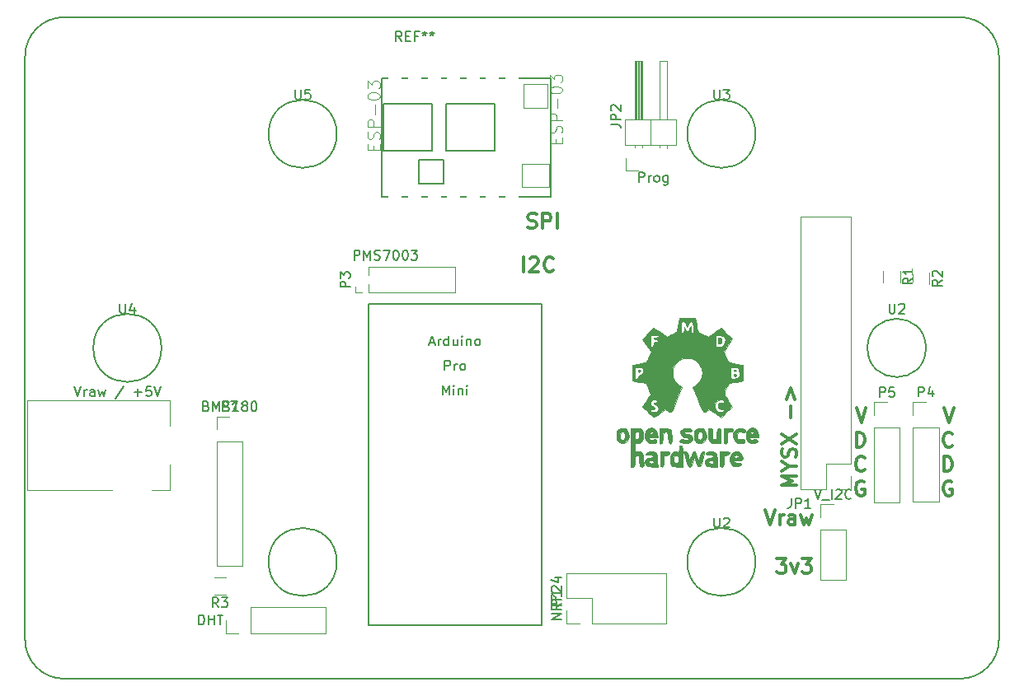
<source format=gto>
G04 #@! TF.FileFunction,Legend,Top*
%FSLAX46Y46*%
G04 Gerber Fmt 4.6, Leading zero omitted, Abs format (unit mm)*
G04 Created by KiCad (PCBNEW 4.0.5) date 2017 June 13, Tuesday 16:43:51*
%MOMM*%
%LPD*%
G01*
G04 APERTURE LIST*
%ADD10C,0.100000*%
%ADD11C,0.300000*%
%ADD12C,0.150000*%
%ADD13C,0.120000*%
%ADD14C,0.066040*%
%ADD15C,0.127000*%
%ADD16C,0.003000*%
%ADD17C,0.101600*%
%ADD18C,2.200000*%
%ADD19R,2.100000X2.100000*%
%ADD20O,2.100000X2.100000*%
%ADD21C,3.400000*%
%ADD22R,3.900000X3.900000*%
%ADD23R,1.700000X1.900000*%
%ADD24R,1.900000X1.700000*%
%ADD25R,1.400000X1.900000*%
%ADD26R,1.400000X1.400000*%
%ADD27O,1.400000X1.400000*%
G04 APERTURE END LIST*
D10*
D11*
X100178571Y-69142857D02*
X98678571Y-69142857D01*
X99750000Y-68642857D01*
X98678571Y-68142857D01*
X100178571Y-68142857D01*
X99464286Y-67142857D02*
X100178571Y-67142857D01*
X98678571Y-67642857D02*
X99464286Y-67142857D01*
X98678571Y-66642857D01*
X100107143Y-66214286D02*
X100178571Y-66000000D01*
X100178571Y-65642857D01*
X100107143Y-65500000D01*
X100035714Y-65428571D01*
X99892857Y-65357143D01*
X99750000Y-65357143D01*
X99607143Y-65428571D01*
X99535714Y-65500000D01*
X99464286Y-65642857D01*
X99392857Y-65928571D01*
X99321429Y-66071429D01*
X99250000Y-66142857D01*
X99107143Y-66214286D01*
X98964286Y-66214286D01*
X98821429Y-66142857D01*
X98750000Y-66071429D01*
X98678571Y-65928571D01*
X98678571Y-65571429D01*
X98750000Y-65357143D01*
X98678571Y-64857143D02*
X100178571Y-63857143D01*
X98678571Y-63857143D02*
X100178571Y-64857143D01*
X99607143Y-62142858D02*
X99607143Y-61000001D01*
X99178571Y-60285715D02*
X99607143Y-59142858D01*
X100035714Y-60285715D01*
X116142857Y-68750000D02*
X116000000Y-68678571D01*
X115785714Y-68678571D01*
X115571429Y-68750000D01*
X115428571Y-68892857D01*
X115357143Y-69035714D01*
X115285714Y-69321429D01*
X115285714Y-69535714D01*
X115357143Y-69821429D01*
X115428571Y-69964286D01*
X115571429Y-70107143D01*
X115785714Y-70178571D01*
X115928571Y-70178571D01*
X116142857Y-70107143D01*
X116214286Y-70035714D01*
X116214286Y-69535714D01*
X115928571Y-69535714D01*
X116214286Y-65035714D02*
X116142857Y-65107143D01*
X115928571Y-65178571D01*
X115785714Y-65178571D01*
X115571429Y-65107143D01*
X115428571Y-64964286D01*
X115357143Y-64821429D01*
X115285714Y-64535714D01*
X115285714Y-64321429D01*
X115357143Y-64035714D01*
X115428571Y-63892857D01*
X115571429Y-63750000D01*
X115785714Y-63678571D01*
X115928571Y-63678571D01*
X116142857Y-63750000D01*
X116214286Y-63821429D01*
X115357143Y-67678571D02*
X115357143Y-66178571D01*
X115714286Y-66178571D01*
X115928571Y-66250000D01*
X116071429Y-66392857D01*
X116142857Y-66535714D01*
X116214286Y-66821429D01*
X116214286Y-67035714D01*
X116142857Y-67321429D01*
X116071429Y-67464286D01*
X115928571Y-67607143D01*
X115714286Y-67678571D01*
X115357143Y-67678571D01*
X115357143Y-61178571D02*
X115857143Y-62678571D01*
X116357143Y-61178571D01*
X107142857Y-68750000D02*
X107000000Y-68678571D01*
X106785714Y-68678571D01*
X106571429Y-68750000D01*
X106428571Y-68892857D01*
X106357143Y-69035714D01*
X106285714Y-69321429D01*
X106285714Y-69535714D01*
X106357143Y-69821429D01*
X106428571Y-69964286D01*
X106571429Y-70107143D01*
X106785714Y-70178571D01*
X106928571Y-70178571D01*
X107142857Y-70107143D01*
X107214286Y-70035714D01*
X107214286Y-69535714D01*
X106928571Y-69535714D01*
X107214286Y-67535714D02*
X107142857Y-67607143D01*
X106928571Y-67678571D01*
X106785714Y-67678571D01*
X106571429Y-67607143D01*
X106428571Y-67464286D01*
X106357143Y-67321429D01*
X106285714Y-67035714D01*
X106285714Y-66821429D01*
X106357143Y-66535714D01*
X106428571Y-66392857D01*
X106571429Y-66250000D01*
X106785714Y-66178571D01*
X106928571Y-66178571D01*
X107142857Y-66250000D01*
X107214286Y-66321429D01*
X106357143Y-65178571D02*
X106357143Y-63678571D01*
X106714286Y-63678571D01*
X106928571Y-63750000D01*
X107071429Y-63892857D01*
X107142857Y-64035714D01*
X107214286Y-64321429D01*
X107214286Y-64535714D01*
X107142857Y-64821429D01*
X107071429Y-64964286D01*
X106928571Y-65107143D01*
X106714286Y-65178571D01*
X106357143Y-65178571D01*
X106357143Y-61178571D02*
X106857143Y-62678571D01*
X107357143Y-61178571D01*
X98214287Y-76678571D02*
X99142858Y-76678571D01*
X98642858Y-77250000D01*
X98857144Y-77250000D01*
X99000001Y-77321429D01*
X99071430Y-77392857D01*
X99142858Y-77535714D01*
X99142858Y-77892857D01*
X99071430Y-78035714D01*
X99000001Y-78107143D01*
X98857144Y-78178571D01*
X98428572Y-78178571D01*
X98285715Y-78107143D01*
X98214287Y-78035714D01*
X99642858Y-77178571D02*
X100000001Y-78178571D01*
X100357143Y-77178571D01*
X100785715Y-76678571D02*
X101714286Y-76678571D01*
X101214286Y-77250000D01*
X101428572Y-77250000D01*
X101571429Y-77321429D01*
X101642858Y-77392857D01*
X101714286Y-77535714D01*
X101714286Y-77892857D01*
X101642858Y-78035714D01*
X101571429Y-78107143D01*
X101428572Y-78178571D01*
X101000000Y-78178571D01*
X100857143Y-78107143D01*
X100785715Y-78035714D01*
X97000000Y-71678571D02*
X97500000Y-73178571D01*
X98000000Y-71678571D01*
X98500000Y-73178571D02*
X98500000Y-72178571D01*
X98500000Y-72464286D02*
X98571428Y-72321429D01*
X98642857Y-72250000D01*
X98785714Y-72178571D01*
X98928571Y-72178571D01*
X100071428Y-73178571D02*
X100071428Y-72392857D01*
X99999999Y-72250000D01*
X99857142Y-72178571D01*
X99571428Y-72178571D01*
X99428571Y-72250000D01*
X100071428Y-73107143D02*
X99928571Y-73178571D01*
X99571428Y-73178571D01*
X99428571Y-73107143D01*
X99357142Y-72964286D01*
X99357142Y-72821429D01*
X99428571Y-72678571D01*
X99571428Y-72607143D01*
X99928571Y-72607143D01*
X100071428Y-72535714D01*
X100642857Y-72178571D02*
X100928571Y-73178571D01*
X101214285Y-72464286D01*
X101500000Y-73178571D01*
X101785714Y-72178571D01*
X72214286Y-47178571D02*
X72214286Y-45678571D01*
X72857143Y-45821429D02*
X72928572Y-45750000D01*
X73071429Y-45678571D01*
X73428572Y-45678571D01*
X73571429Y-45750000D01*
X73642858Y-45821429D01*
X73714286Y-45964286D01*
X73714286Y-46107143D01*
X73642858Y-46321429D01*
X72785715Y-47178571D01*
X73714286Y-47178571D01*
X75214286Y-47035714D02*
X75142857Y-47107143D01*
X74928571Y-47178571D01*
X74785714Y-47178571D01*
X74571429Y-47107143D01*
X74428571Y-46964286D01*
X74357143Y-46821429D01*
X74285714Y-46535714D01*
X74285714Y-46321429D01*
X74357143Y-46035714D01*
X74428571Y-45892857D01*
X74571429Y-45750000D01*
X74785714Y-45678571D01*
X74928571Y-45678571D01*
X75142857Y-45750000D01*
X75214286Y-45821429D01*
X72642857Y-42607143D02*
X72857143Y-42678571D01*
X73214286Y-42678571D01*
X73357143Y-42607143D01*
X73428572Y-42535714D01*
X73500000Y-42392857D01*
X73500000Y-42250000D01*
X73428572Y-42107143D01*
X73357143Y-42035714D01*
X73214286Y-41964286D01*
X72928572Y-41892857D01*
X72785714Y-41821429D01*
X72714286Y-41750000D01*
X72642857Y-41607143D01*
X72642857Y-41464286D01*
X72714286Y-41321429D01*
X72785714Y-41250000D01*
X72928572Y-41178571D01*
X73285714Y-41178571D01*
X73500000Y-41250000D01*
X74142857Y-42678571D02*
X74142857Y-41178571D01*
X74714285Y-41178571D01*
X74857143Y-41250000D01*
X74928571Y-41321429D01*
X75000000Y-41464286D01*
X75000000Y-41678571D01*
X74928571Y-41821429D01*
X74857143Y-41892857D01*
X74714285Y-41964286D01*
X74142857Y-41964286D01*
X75642857Y-42678571D02*
X75642857Y-41178571D01*
D12*
X56230000Y-83510000D02*
X56230000Y-50490000D01*
X56230000Y-50490000D02*
X74010000Y-50490000D01*
X74010000Y-50490000D02*
X74010000Y-83510000D01*
X74010000Y-83510000D02*
X56230000Y-83510000D01*
D13*
X30000000Y-69600000D02*
X21200000Y-69600000D01*
X21200000Y-69600000D02*
X21200000Y-60400000D01*
X35900000Y-66900000D02*
X35900000Y-69600000D01*
X35900000Y-69600000D02*
X34000000Y-69600000D01*
X21200000Y-60400000D02*
X35900000Y-60400000D01*
X35900000Y-60400000D02*
X35900000Y-63000000D01*
X82630000Y-34160000D02*
X85230000Y-34160000D01*
X85230000Y-34160000D02*
X85230000Y-31540000D01*
X85230000Y-31540000D02*
X82630000Y-31540000D01*
X82630000Y-31540000D02*
X82630000Y-34160000D01*
X83580000Y-31540000D02*
X84340000Y-31540000D01*
X84340000Y-31540000D02*
X84340000Y-25540000D01*
X84340000Y-25540000D02*
X83580000Y-25540000D01*
X83580000Y-25540000D02*
X83580000Y-31540000D01*
X83580000Y-34590000D02*
X83580000Y-34160000D01*
X84340000Y-34590000D02*
X84340000Y-34160000D01*
X83700000Y-31540000D02*
X83700000Y-25540000D01*
X83820000Y-31540000D02*
X83820000Y-25540000D01*
X83940000Y-31540000D02*
X83940000Y-25540000D01*
X84060000Y-31540000D02*
X84060000Y-25540000D01*
X84180000Y-31540000D02*
X84180000Y-25540000D01*
X84300000Y-31540000D02*
X84300000Y-25540000D01*
X85230000Y-34160000D02*
X87830000Y-34160000D01*
X87830000Y-34160000D02*
X87830000Y-31540000D01*
X87830000Y-31540000D02*
X85230000Y-31540000D01*
X85230000Y-31540000D02*
X85230000Y-34160000D01*
X86120000Y-31540000D02*
X86880000Y-31540000D01*
X86880000Y-31540000D02*
X86880000Y-25540000D01*
X86880000Y-25540000D02*
X86120000Y-25540000D01*
X86120000Y-25540000D02*
X86120000Y-31540000D01*
X86120000Y-34590000D02*
X86120000Y-34160000D01*
X86880000Y-34590000D02*
X86880000Y-34160000D01*
X83960000Y-36770000D02*
X82690000Y-36770000D01*
X82690000Y-36770000D02*
X82690000Y-35500000D01*
X79190000Y-83330000D02*
X86870000Y-83330000D01*
X86870000Y-83330000D02*
X86870000Y-78130000D01*
X86870000Y-78130000D02*
X76590000Y-78130000D01*
X76590000Y-78130000D02*
X76590000Y-80730000D01*
X76590000Y-80730000D02*
X79190000Y-80730000D01*
X79190000Y-80730000D02*
X79190000Y-83330000D01*
X77920000Y-83330000D02*
X76590000Y-83330000D01*
X76590000Y-83330000D02*
X76590000Y-82000000D01*
X44190000Y-84330000D02*
X51870000Y-84330000D01*
X51870000Y-84330000D02*
X51870000Y-81670000D01*
X51870000Y-81670000D02*
X44190000Y-81670000D01*
X44190000Y-81670000D02*
X44190000Y-84330000D01*
X42920000Y-84330000D02*
X41590000Y-84330000D01*
X41590000Y-84330000D02*
X41590000Y-83000000D01*
X112170000Y-63150000D02*
X112170000Y-70830000D01*
X112170000Y-70830000D02*
X114830000Y-70830000D01*
X114830000Y-70830000D02*
X114830000Y-63150000D01*
X114830000Y-63150000D02*
X112170000Y-63150000D01*
X112170000Y-61880000D02*
X112170000Y-60550000D01*
X112170000Y-60550000D02*
X113500000Y-60550000D01*
X108170000Y-63190000D02*
X108170000Y-70870000D01*
X108170000Y-70870000D02*
X110830000Y-70870000D01*
X110830000Y-70870000D02*
X110830000Y-63190000D01*
X110830000Y-63190000D02*
X108170000Y-63190000D01*
X108170000Y-61920000D02*
X108170000Y-60590000D01*
X108170000Y-60590000D02*
X109500000Y-60590000D01*
X105830000Y-66930000D02*
X105830000Y-41470000D01*
X105830000Y-41470000D02*
X100630000Y-41470000D01*
X100630000Y-41470000D02*
X100630000Y-69530000D01*
X100630000Y-69530000D02*
X103230000Y-69530000D01*
X103230000Y-69530000D02*
X103230000Y-66930000D01*
X103230000Y-66930000D02*
X105830000Y-66930000D01*
X105830000Y-68200000D02*
X105830000Y-69530000D01*
X105830000Y-69530000D02*
X104500000Y-69530000D01*
X40670000Y-64650000D02*
X40670000Y-77410000D01*
X40670000Y-77410000D02*
X43330000Y-77410000D01*
X43330000Y-77410000D02*
X43330000Y-64650000D01*
X43330000Y-64650000D02*
X40670000Y-64650000D01*
X40670000Y-63380000D02*
X40670000Y-62050000D01*
X40670000Y-62050000D02*
X42000000Y-62050000D01*
X109120000Y-48250000D02*
X109120000Y-47050000D01*
X110880000Y-47050000D02*
X110880000Y-48250000D01*
X112120000Y-48450000D02*
X112120000Y-47250000D01*
X113880000Y-47250000D02*
X113880000Y-48450000D01*
X40400000Y-78620000D02*
X41600000Y-78620000D01*
X41600000Y-80380000D02*
X40400000Y-80380000D01*
D14*
X72201420Y-27900720D02*
X72201420Y-30301020D01*
X72201420Y-30301020D02*
X74601720Y-30301020D01*
X74601720Y-27900720D02*
X74601720Y-30301020D01*
X72201420Y-27900720D02*
X74601720Y-27900720D01*
X72000760Y-36099840D02*
X72000760Y-38497600D01*
X72000760Y-38497600D02*
X74799840Y-38497600D01*
X74799840Y-36099840D02*
X74799840Y-38497600D01*
X72000760Y-36099840D02*
X74799840Y-36099840D01*
D15*
X57604040Y-27301280D02*
X57604040Y-39498360D01*
X75000500Y-27301280D02*
X75000500Y-39498360D01*
X75000500Y-39498360D02*
X71800100Y-39498360D01*
X71800100Y-39498360D02*
X57604040Y-39498360D01*
X75000500Y-27301280D02*
X71800100Y-27301280D01*
X71800100Y-27301280D02*
X57604040Y-27301280D01*
X69201680Y-34697760D02*
X69201680Y-29902240D01*
X69201680Y-29902240D02*
X64202960Y-29902240D01*
X64202960Y-29902240D02*
X64202960Y-34697760D01*
X64202960Y-34697760D02*
X69201680Y-34697760D01*
X64002300Y-38098820D02*
X64002300Y-35698520D01*
X64002300Y-35698520D02*
X61403880Y-35698520D01*
X61403880Y-35698520D02*
X61403880Y-38098820D01*
X61403880Y-38098820D02*
X64002300Y-38098820D01*
X62803420Y-34697760D02*
X62803420Y-29902240D01*
X62803420Y-29902240D02*
X57802160Y-29902240D01*
X57802160Y-29902240D02*
X57802160Y-34697760D01*
X57802160Y-34697760D02*
X62803420Y-34697760D01*
D12*
X21000000Y-85000000D02*
X21000000Y-25000000D01*
X117000000Y-89000000D02*
X25000000Y-89000000D01*
X121000000Y-25000000D02*
X121000000Y-85000000D01*
X25000000Y-21000000D02*
X117000000Y-21000000D01*
X21000000Y-85000000D02*
G75*
G03X25000000Y-89000000I4000000J0D01*
G01*
X117000000Y-89000000D02*
G75*
G03X121000000Y-85000000I0J4000000D01*
G01*
X121000000Y-25000000D02*
G75*
G03X117000000Y-21000000I-4000000J0D01*
G01*
X25000000Y-21000000D02*
G75*
G03X21000000Y-25000000I0J-4000000D01*
G01*
X113500000Y-55000000D02*
G75*
G03X113500000Y-55000000I-3000000J0D01*
G01*
X96000000Y-77000000D02*
G75*
G03X96000000Y-77000000I-3500000J0D01*
G01*
X96000000Y-33000000D02*
G75*
G03X96000000Y-33000000I-3500000J0D01*
G01*
X53000000Y-77000000D02*
G75*
G03X53000000Y-77000000I-3500000J0D01*
G01*
X53000000Y-33000000D02*
G75*
G03X53000000Y-33000000I-3500000J0D01*
G01*
X35000000Y-55000000D02*
G75*
G03X35000000Y-55000000I-3500000J0D01*
G01*
D13*
X56245000Y-49330000D02*
X65195000Y-49330000D01*
X65195000Y-49330000D02*
X65195000Y-46670000D01*
X65195000Y-46670000D02*
X56245000Y-46670000D01*
X56245000Y-46670000D02*
X56245000Y-49330000D01*
X55610000Y-49330000D02*
X54915000Y-49330000D01*
X54915000Y-49330000D02*
X54915000Y-48000000D01*
X102670000Y-73690000D02*
X102670000Y-78830000D01*
X102670000Y-78830000D02*
X105330000Y-78830000D01*
X105330000Y-78830000D02*
X105330000Y-73690000D01*
X105330000Y-73690000D02*
X102670000Y-73690000D01*
X102670000Y-72420000D02*
X102670000Y-71090000D01*
X102670000Y-71090000D02*
X104000000Y-71090000D01*
D16*
G36*
X83955946Y-63244959D02*
X84180731Y-63287041D01*
X84316959Y-63379534D01*
X84404734Y-63540717D01*
X84429914Y-63612134D01*
X84494887Y-63978307D01*
X84455659Y-64312755D01*
X84328958Y-64584268D01*
X84131512Y-64761631D01*
X83880050Y-64813633D01*
X83793617Y-64799387D01*
X83672302Y-64777931D01*
X83609107Y-64816709D01*
X83585097Y-64952461D01*
X83581333Y-65211270D01*
X83584984Y-65476529D01*
X83610039Y-65609914D01*
X83677648Y-65648886D01*
X83808962Y-65630906D01*
X83817330Y-65629234D01*
X84090624Y-65648380D01*
X84259721Y-65749162D01*
X84368586Y-65858335D01*
X84435672Y-65999001D01*
X84474485Y-66217025D01*
X84498533Y-66558271D01*
X84498645Y-66560478D01*
X84513065Y-66886060D01*
X84508744Y-67077901D01*
X84475548Y-67171377D01*
X84403346Y-67201862D01*
X84314122Y-67204667D01*
X84198691Y-67195044D01*
X84131356Y-67141164D01*
X84096225Y-67005507D01*
X84077405Y-66750554D01*
X84072035Y-66633167D01*
X84054946Y-66330222D01*
X84026739Y-66159068D01*
X83971889Y-66082222D01*
X83874870Y-66062197D01*
X83835333Y-66061667D01*
X83722680Y-66071975D01*
X83656840Y-66127890D01*
X83622289Y-66266897D01*
X83603502Y-66526479D01*
X83598631Y-66633167D01*
X83581416Y-66936217D01*
X83553017Y-67107436D01*
X83498175Y-67184276D01*
X83401633Y-67204191D01*
X83365798Y-67204667D01*
X83158000Y-67204667D01*
X83158000Y-64025922D01*
X83581333Y-64025922D01*
X83605800Y-64272197D01*
X83695329Y-64384474D01*
X83874111Y-64393082D01*
X83874183Y-64393071D01*
X83991907Y-64338970D01*
X84052368Y-64190965D01*
X84072510Y-64019225D01*
X84070562Y-63773187D01*
X84009562Y-63646573D01*
X83955946Y-63615598D01*
X83769370Y-63615886D01*
X83636128Y-63755426D01*
X83581554Y-64006465D01*
X83581333Y-64025922D01*
X83158000Y-64025922D01*
X83158000Y-63235029D01*
X83602500Y-63235008D01*
X83955946Y-63244959D01*
X83955946Y-63244959D01*
G37*
X83955946Y-63244959D02*
X84180731Y-63287041D01*
X84316959Y-63379534D01*
X84404734Y-63540717D01*
X84429914Y-63612134D01*
X84494887Y-63978307D01*
X84455659Y-64312755D01*
X84328958Y-64584268D01*
X84131512Y-64761631D01*
X83880050Y-64813633D01*
X83793617Y-64799387D01*
X83672302Y-64777931D01*
X83609107Y-64816709D01*
X83585097Y-64952461D01*
X83581333Y-65211270D01*
X83584984Y-65476529D01*
X83610039Y-65609914D01*
X83677648Y-65648886D01*
X83808962Y-65630906D01*
X83817330Y-65629234D01*
X84090624Y-65648380D01*
X84259721Y-65749162D01*
X84368586Y-65858335D01*
X84435672Y-65999001D01*
X84474485Y-66217025D01*
X84498533Y-66558271D01*
X84498645Y-66560478D01*
X84513065Y-66886060D01*
X84508744Y-67077901D01*
X84475548Y-67171377D01*
X84403346Y-67201862D01*
X84314122Y-67204667D01*
X84198691Y-67195044D01*
X84131356Y-67141164D01*
X84096225Y-67005507D01*
X84077405Y-66750554D01*
X84072035Y-66633167D01*
X84054946Y-66330222D01*
X84026739Y-66159068D01*
X83971889Y-66082222D01*
X83874870Y-66062197D01*
X83835333Y-66061667D01*
X83722680Y-66071975D01*
X83656840Y-66127890D01*
X83622289Y-66266897D01*
X83603502Y-66526479D01*
X83598631Y-66633167D01*
X83581416Y-66936217D01*
X83553017Y-67107436D01*
X83498175Y-67184276D01*
X83401633Y-67204191D01*
X83365798Y-67204667D01*
X83158000Y-67204667D01*
X83158000Y-64025922D01*
X83581333Y-64025922D01*
X83605800Y-64272197D01*
X83695329Y-64384474D01*
X83874111Y-64393082D01*
X83874183Y-64393071D01*
X83991907Y-64338970D01*
X84052368Y-64190965D01*
X84072510Y-64019225D01*
X84070562Y-63773187D01*
X84009562Y-63646573D01*
X83955946Y-63615598D01*
X83769370Y-63615886D01*
X83636128Y-63755426D01*
X83581554Y-64006465D01*
X83581333Y-64025922D01*
X83158000Y-64025922D01*
X83158000Y-63235029D01*
X83602500Y-63235008D01*
X83955946Y-63244959D01*
G36*
X85450201Y-65625207D02*
X85707678Y-65756145D01*
X85812681Y-65864354D01*
X85877704Y-66009700D01*
X85915687Y-66237374D01*
X85937978Y-66560478D01*
X85970508Y-67204667D01*
X85453254Y-67204667D01*
X85126575Y-67190375D01*
X84915770Y-67139001D01*
X84769138Y-67037792D01*
X84766667Y-67035333D01*
X84622795Y-66839381D01*
X84624191Y-66676923D01*
X85026506Y-66676923D01*
X85040498Y-66784376D01*
X85178024Y-66856719D01*
X85274667Y-66866000D01*
X85460587Y-66839389D01*
X85526046Y-66740378D01*
X85528667Y-66696666D01*
X85469907Y-66555729D01*
X85296870Y-66536655D01*
X85154591Y-66578725D01*
X85026506Y-66676923D01*
X84624191Y-66676923D01*
X84624429Y-66649280D01*
X84729134Y-66461505D01*
X84880728Y-66325753D01*
X85114877Y-66275435D01*
X85201009Y-66273333D01*
X85419933Y-66260192D01*
X85508884Y-66208636D01*
X85511645Y-66125166D01*
X85425908Y-66012716D01*
X85210387Y-65970319D01*
X85187937Y-65969581D01*
X84890006Y-65957986D01*
X84740048Y-65933852D01*
X84716706Y-65884484D01*
X84798618Y-65797186D01*
X84839546Y-65762516D01*
X85132648Y-65618532D01*
X85450201Y-65625207D01*
X85450201Y-65625207D01*
G37*
X85450201Y-65625207D02*
X85707678Y-65756145D01*
X85812681Y-65864354D01*
X85877704Y-66009700D01*
X85915687Y-66237374D01*
X85937978Y-66560478D01*
X85970508Y-67204667D01*
X85453254Y-67204667D01*
X85126575Y-67190375D01*
X84915770Y-67139001D01*
X84769138Y-67037792D01*
X84766667Y-67035333D01*
X84622795Y-66839381D01*
X84624191Y-66676923D01*
X85026506Y-66676923D01*
X85040498Y-66784376D01*
X85178024Y-66856719D01*
X85274667Y-66866000D01*
X85460587Y-66839389D01*
X85526046Y-66740378D01*
X85528667Y-66696666D01*
X85469907Y-66555729D01*
X85296870Y-66536655D01*
X85154591Y-66578725D01*
X85026506Y-66676923D01*
X84624191Y-66676923D01*
X84624429Y-66649280D01*
X84729134Y-66461505D01*
X84880728Y-66325753D01*
X85114877Y-66275435D01*
X85201009Y-66273333D01*
X85419933Y-66260192D01*
X85508884Y-66208636D01*
X85511645Y-66125166D01*
X85425908Y-66012716D01*
X85210387Y-65970319D01*
X85187937Y-65969581D01*
X84890006Y-65957986D01*
X84740048Y-65933852D01*
X84716706Y-65884484D01*
X84798618Y-65797186D01*
X84839546Y-65762516D01*
X85132648Y-65618532D01*
X85450201Y-65625207D01*
G36*
X86935332Y-65623549D02*
X87122911Y-65652317D01*
X87179245Y-65679984D01*
X87193930Y-65832748D01*
X87076181Y-65964208D01*
X86861929Y-66034956D01*
X86854960Y-66035673D01*
X86587000Y-66061667D01*
X86561965Y-66633167D01*
X86542870Y-66939248D01*
X86511222Y-67112304D01*
X86454917Y-67188643D01*
X86371465Y-67204667D01*
X86294056Y-67191474D01*
X86245386Y-67130873D01*
X86218877Y-66991330D01*
X86207950Y-66741310D01*
X86206000Y-66411470D01*
X86206000Y-65618273D01*
X86670970Y-65614094D01*
X86935332Y-65623549D01*
X86935332Y-65623549D01*
G37*
X86935332Y-65623549D02*
X87122911Y-65652317D01*
X87179245Y-65679984D01*
X87193930Y-65832748D01*
X87076181Y-65964208D01*
X86861929Y-66034956D01*
X86854960Y-66035673D01*
X86587000Y-66061667D01*
X86561965Y-66633167D01*
X86542870Y-66939248D01*
X86511222Y-67112304D01*
X86454917Y-67188643D01*
X86371465Y-67204667D01*
X86294056Y-67191474D01*
X86245386Y-67130873D01*
X86218877Y-66991330D01*
X86207950Y-66741310D01*
X86206000Y-66411470D01*
X86206000Y-65618273D01*
X86670970Y-65614094D01*
X86935332Y-65623549D01*
G36*
X88391796Y-65012669D02*
X88439027Y-65058665D01*
X88468510Y-65168309D01*
X88484399Y-65368584D01*
X88490843Y-65686477D01*
X88492000Y-66104000D01*
X88492000Y-67204667D01*
X87997122Y-67204667D01*
X87671039Y-67187850D01*
X87466306Y-67130036D01*
X87362122Y-67049833D01*
X87259078Y-66834976D01*
X87215474Y-66529455D01*
X87226716Y-66270815D01*
X87583563Y-66270815D01*
X87584641Y-66514147D01*
X87632772Y-66660577D01*
X87767463Y-66831734D01*
X87918587Y-66843501D01*
X88050071Y-66696872D01*
X88070901Y-66648458D01*
X88123959Y-66373430D01*
X88072574Y-66154408D01*
X87931072Y-66032086D01*
X87849434Y-66019333D01*
X87677159Y-66090095D01*
X87583563Y-66270815D01*
X87226716Y-66270815D01*
X87229792Y-66200056D01*
X87300514Y-65913563D01*
X87391333Y-65765333D01*
X87617094Y-65616374D01*
X87860303Y-65626681D01*
X87989566Y-65683645D01*
X88089587Y-65722022D01*
X88137670Y-65673067D01*
X88152513Y-65502947D01*
X88153333Y-65387312D01*
X88164235Y-65148082D01*
X88209577Y-65034487D01*
X88308319Y-65003538D01*
X88322667Y-65003333D01*
X88391796Y-65012669D01*
X88391796Y-65012669D01*
G37*
X88391796Y-65012669D02*
X88439027Y-65058665D01*
X88468510Y-65168309D01*
X88484399Y-65368584D01*
X88490843Y-65686477D01*
X88492000Y-66104000D01*
X88492000Y-67204667D01*
X87997122Y-67204667D01*
X87671039Y-67187850D01*
X87466306Y-67130036D01*
X87362122Y-67049833D01*
X87259078Y-66834976D01*
X87215474Y-66529455D01*
X87226716Y-66270815D01*
X87583563Y-66270815D01*
X87584641Y-66514147D01*
X87632772Y-66660577D01*
X87767463Y-66831734D01*
X87918587Y-66843501D01*
X88050071Y-66696872D01*
X88070901Y-66648458D01*
X88123959Y-66373430D01*
X88072574Y-66154408D01*
X87931072Y-66032086D01*
X87849434Y-66019333D01*
X87677159Y-66090095D01*
X87583563Y-66270815D01*
X87226716Y-66270815D01*
X87229792Y-66200056D01*
X87300514Y-65913563D01*
X87391333Y-65765333D01*
X87617094Y-65616374D01*
X87860303Y-65626681D01*
X87989566Y-65683645D01*
X88089587Y-65722022D01*
X88137670Y-65673067D01*
X88152513Y-65502947D01*
X88153333Y-65387312D01*
X88164235Y-65148082D01*
X88209577Y-65034487D01*
X88308319Y-65003538D01*
X88322667Y-65003333D01*
X88391796Y-65012669D01*
G36*
X88900525Y-65614359D02*
X88983317Y-65695957D01*
X89048797Y-65880574D01*
X89092184Y-66062188D01*
X89156172Y-66305168D01*
X89214458Y-66454423D01*
X89246423Y-66479534D01*
X89300692Y-66376664D01*
X89382909Y-66169547D01*
X89430592Y-66034513D01*
X89555016Y-65742031D01*
X89674978Y-65617375D01*
X89793045Y-65660934D01*
X89911789Y-65873094D01*
X89996008Y-66119843D01*
X90154543Y-66654333D01*
X90279283Y-66146333D01*
X90362476Y-65853376D01*
X90444643Y-65690649D01*
X90547660Y-65620606D01*
X90591011Y-65611278D01*
X90691722Y-65600777D01*
X90748986Y-65622688D01*
X90761593Y-65704166D01*
X90728334Y-65872362D01*
X90647998Y-66154431D01*
X90552838Y-66467813D01*
X90439685Y-66822563D01*
X90353227Y-67042068D01*
X90277529Y-67154960D01*
X90196651Y-67189873D01*
X90152263Y-67187480D01*
X90029592Y-67121600D01*
X89924014Y-66943333D01*
X89837826Y-66696666D01*
X89696660Y-66231000D01*
X89553989Y-66717833D01*
X89456788Y-67004303D01*
X89365353Y-67155695D01*
X89259261Y-67204224D01*
X89245335Y-67204667D01*
X89093129Y-67157852D01*
X89046302Y-67098833D01*
X88954982Y-66808760D01*
X88850616Y-66480737D01*
X88747945Y-66160653D01*
X88661710Y-65894397D01*
X88606652Y-65727860D01*
X88597553Y-65701833D01*
X88634595Y-65618626D01*
X88773203Y-65596000D01*
X88900525Y-65614359D01*
X88900525Y-65614359D01*
G37*
X88900525Y-65614359D02*
X88983317Y-65695957D01*
X89048797Y-65880574D01*
X89092184Y-66062188D01*
X89156172Y-66305168D01*
X89214458Y-66454423D01*
X89246423Y-66479534D01*
X89300692Y-66376664D01*
X89382909Y-66169547D01*
X89430592Y-66034513D01*
X89555016Y-65742031D01*
X89674978Y-65617375D01*
X89793045Y-65660934D01*
X89911789Y-65873094D01*
X89996008Y-66119843D01*
X90154543Y-66654333D01*
X90279283Y-66146333D01*
X90362476Y-65853376D01*
X90444643Y-65690649D01*
X90547660Y-65620606D01*
X90591011Y-65611278D01*
X90691722Y-65600777D01*
X90748986Y-65622688D01*
X90761593Y-65704166D01*
X90728334Y-65872362D01*
X90647998Y-66154431D01*
X90552838Y-66467813D01*
X90439685Y-66822563D01*
X90353227Y-67042068D01*
X90277529Y-67154960D01*
X90196651Y-67189873D01*
X90152263Y-67187480D01*
X90029592Y-67121600D01*
X89924014Y-66943333D01*
X89837826Y-66696666D01*
X89696660Y-66231000D01*
X89553989Y-66717833D01*
X89456788Y-67004303D01*
X89365353Y-67155695D01*
X89259261Y-67204224D01*
X89245335Y-67204667D01*
X89093129Y-67157852D01*
X89046302Y-67098833D01*
X88954982Y-66808760D01*
X88850616Y-66480737D01*
X88747945Y-66160653D01*
X88661710Y-65894397D01*
X88606652Y-65727860D01*
X88597553Y-65701833D01*
X88634595Y-65618626D01*
X88773203Y-65596000D01*
X88900525Y-65614359D01*
G36*
X91552612Y-65612650D02*
X91816530Y-65714226D01*
X91878666Y-65765333D01*
X91969753Y-65887542D01*
X92021836Y-66056954D01*
X92044501Y-66319095D01*
X92048000Y-66569666D01*
X92048000Y-67204667D01*
X91553122Y-67204667D01*
X91227039Y-67187850D01*
X91022306Y-67130036D01*
X90918122Y-67049833D01*
X90783495Y-66807851D01*
X90786299Y-66766208D01*
X91149850Y-66766208D01*
X91153149Y-66771867D01*
X91251589Y-66829674D01*
X91414057Y-66864477D01*
X91563879Y-66866729D01*
X91624667Y-66830591D01*
X91651005Y-66731067D01*
X91676058Y-66661258D01*
X91671969Y-66557902D01*
X91530841Y-66528615D01*
X91527891Y-66528630D01*
X91301941Y-66564888D01*
X91162441Y-66652835D01*
X91149850Y-66766208D01*
X90786299Y-66766208D01*
X90798869Y-66579547D01*
X90945821Y-66396114D01*
X91205927Y-66288750D01*
X91376714Y-66273333D01*
X91586574Y-66256569D01*
X91701768Y-66214777D01*
X91709333Y-66199034D01*
X91635701Y-66060688D01*
X91451235Y-65982323D01*
X91223722Y-65985222D01*
X91006367Y-65989001D01*
X90892289Y-65916038D01*
X90906595Y-65796253D01*
X90992914Y-65710156D01*
X91251430Y-65609634D01*
X91552612Y-65612650D01*
X91552612Y-65612650D01*
G37*
X91552612Y-65612650D02*
X91816530Y-65714226D01*
X91878666Y-65765333D01*
X91969753Y-65887542D01*
X92021836Y-66056954D01*
X92044501Y-66319095D01*
X92048000Y-66569666D01*
X92048000Y-67204667D01*
X91553122Y-67204667D01*
X91227039Y-67187850D01*
X91022306Y-67130036D01*
X90918122Y-67049833D01*
X90783495Y-66807851D01*
X90786299Y-66766208D01*
X91149850Y-66766208D01*
X91153149Y-66771867D01*
X91251589Y-66829674D01*
X91414057Y-66864477D01*
X91563879Y-66866729D01*
X91624667Y-66830591D01*
X91651005Y-66731067D01*
X91676058Y-66661258D01*
X91671969Y-66557902D01*
X91530841Y-66528615D01*
X91527891Y-66528630D01*
X91301941Y-66564888D01*
X91162441Y-66652835D01*
X91149850Y-66766208D01*
X90786299Y-66766208D01*
X90798869Y-66579547D01*
X90945821Y-66396114D01*
X91205927Y-66288750D01*
X91376714Y-66273333D01*
X91586574Y-66256569D01*
X91701768Y-66214777D01*
X91709333Y-66199034D01*
X91635701Y-66060688D01*
X91451235Y-65982323D01*
X91223722Y-65985222D01*
X91006367Y-65989001D01*
X90892289Y-65916038D01*
X90906595Y-65796253D01*
X90992914Y-65710156D01*
X91251430Y-65609634D01*
X91552612Y-65612650D01*
G36*
X92806317Y-65626852D02*
X93085305Y-65645686D01*
X93291849Y-65675832D01*
X93368715Y-65703160D01*
X93382665Y-65806984D01*
X93279537Y-65918019D01*
X93105785Y-65999522D01*
X92968966Y-66019333D01*
X92725333Y-66019333D01*
X92725333Y-66612000D01*
X92722221Y-66921636D01*
X92704098Y-67098847D01*
X92657786Y-67180531D01*
X92570108Y-67203587D01*
X92513667Y-67204667D01*
X92415299Y-67199012D01*
X92353399Y-67160821D01*
X92319521Y-67058249D01*
X92305218Y-66859453D01*
X92302044Y-66532589D01*
X92302000Y-66406646D01*
X92302000Y-65608625D01*
X92806317Y-65626852D01*
X92806317Y-65626852D01*
G37*
X92806317Y-65626852D02*
X93085305Y-65645686D01*
X93291849Y-65675832D01*
X93368715Y-65703160D01*
X93382665Y-65806984D01*
X93279537Y-65918019D01*
X93105785Y-65999522D01*
X92968966Y-66019333D01*
X92725333Y-66019333D01*
X92725333Y-66612000D01*
X92722221Y-66921636D01*
X92704098Y-67098847D01*
X92657786Y-67180531D01*
X92570108Y-67203587D01*
X92513667Y-67204667D01*
X92415299Y-67199012D01*
X92353399Y-67160821D01*
X92319521Y-67058249D01*
X92305218Y-66859453D01*
X92302044Y-66532589D01*
X92302000Y-66406646D01*
X92302000Y-65608625D01*
X92806317Y-65626852D01*
G36*
X94297138Y-65671320D02*
X94511836Y-65862054D01*
X94648409Y-66115367D01*
X94672667Y-66269485D01*
X94665321Y-66416171D01*
X94615677Y-66492955D01*
X94482326Y-66522466D01*
X94223857Y-66527331D01*
X94200792Y-66527333D01*
X93930672Y-66534609D01*
X93793618Y-66564460D01*
X93753691Y-66628924D01*
X93758434Y-66675500D01*
X93824772Y-66775979D01*
X93996808Y-66818912D01*
X94137819Y-66823667D01*
X94425239Y-66846755D01*
X94562104Y-66912644D01*
X94542048Y-67016270D01*
X94465851Y-67084589D01*
X94223870Y-67181579D01*
X93932505Y-67196395D01*
X93679179Y-67127538D01*
X93634328Y-67098833D01*
X93438663Y-66861027D01*
X93356904Y-66564317D01*
X93377652Y-66249621D01*
X93411118Y-66162329D01*
X93749309Y-66162329D01*
X93801021Y-66246049D01*
X93995333Y-66273333D01*
X94191514Y-66237909D01*
X94249333Y-66155392D01*
X94181446Y-66025727D01*
X94028250Y-65973078D01*
X93865444Y-66022018D01*
X93857602Y-66028239D01*
X93749309Y-66162329D01*
X93411118Y-66162329D01*
X93489509Y-65957860D01*
X93681078Y-65729951D01*
X93940961Y-65606814D01*
X94052933Y-65596000D01*
X94297138Y-65671320D01*
X94297138Y-65671320D01*
G37*
X94297138Y-65671320D02*
X94511836Y-65862054D01*
X94648409Y-66115367D01*
X94672667Y-66269485D01*
X94665321Y-66416171D01*
X94615677Y-66492955D01*
X94482326Y-66522466D01*
X94223857Y-66527331D01*
X94200792Y-66527333D01*
X93930672Y-66534609D01*
X93793618Y-66564460D01*
X93753691Y-66628924D01*
X93758434Y-66675500D01*
X93824772Y-66775979D01*
X93996808Y-66818912D01*
X94137819Y-66823667D01*
X94425239Y-66846755D01*
X94562104Y-66912644D01*
X94542048Y-67016270D01*
X94465851Y-67084589D01*
X94223870Y-67181579D01*
X93932505Y-67196395D01*
X93679179Y-67127538D01*
X93634328Y-67098833D01*
X93438663Y-66861027D01*
X93356904Y-66564317D01*
X93377652Y-66249621D01*
X93411118Y-66162329D01*
X93749309Y-66162329D01*
X93801021Y-66246049D01*
X93995333Y-66273333D01*
X94191514Y-66237909D01*
X94249333Y-66155392D01*
X94181446Y-66025727D01*
X94028250Y-65973078D01*
X93865444Y-66022018D01*
X93857602Y-66028239D01*
X93749309Y-66162329D01*
X93411118Y-66162329D01*
X93489509Y-65957860D01*
X93681078Y-65729951D01*
X93940961Y-65606814D01*
X94052933Y-65596000D01*
X94297138Y-65671320D01*
G36*
X82651762Y-63295543D02*
X82866926Y-63499510D01*
X82976208Y-63827243D01*
X82988667Y-64017805D01*
X82929599Y-64384660D01*
X82770577Y-64650737D01*
X82538876Y-64799345D01*
X82261769Y-64813792D01*
X81966528Y-64677386D01*
X81941751Y-64658521D01*
X81808131Y-64528488D01*
X81741255Y-64371515D01*
X81719578Y-64126271D01*
X81718776Y-64035826D01*
X82057333Y-64035826D01*
X82108687Y-64275908D01*
X82234169Y-64419115D01*
X82390915Y-64453126D01*
X82536056Y-64365622D01*
X82615895Y-64196358D01*
X82637282Y-63883813D01*
X82524785Y-63665160D01*
X82466597Y-63620318D01*
X82292353Y-63586498D01*
X82149623Y-63692818D01*
X82067140Y-63910105D01*
X82057333Y-64035826D01*
X81718776Y-64035826D01*
X81718667Y-64023522D01*
X81763756Y-63631190D01*
X81903580Y-63374793D01*
X82144979Y-63245530D01*
X82338908Y-63225333D01*
X82651762Y-63295543D01*
X82651762Y-63295543D01*
G37*
X82651762Y-63295543D02*
X82866926Y-63499510D01*
X82976208Y-63827243D01*
X82988667Y-64017805D01*
X82929599Y-64384660D01*
X82770577Y-64650737D01*
X82538876Y-64799345D01*
X82261769Y-64813792D01*
X81966528Y-64677386D01*
X81941751Y-64658521D01*
X81808131Y-64528488D01*
X81741255Y-64371515D01*
X81719578Y-64126271D01*
X81718776Y-64035826D01*
X82057333Y-64035826D01*
X82108687Y-64275908D01*
X82234169Y-64419115D01*
X82390915Y-64453126D01*
X82536056Y-64365622D01*
X82615895Y-64196358D01*
X82637282Y-63883813D01*
X82524785Y-63665160D01*
X82466597Y-63620318D01*
X82292353Y-63586498D01*
X82149623Y-63692818D01*
X82067140Y-63910105D01*
X82057333Y-64035826D01*
X81718776Y-64035826D01*
X81718667Y-64023522D01*
X81763756Y-63631190D01*
X81903580Y-63374793D01*
X82144979Y-63245530D01*
X82338908Y-63225333D01*
X82651762Y-63295543D01*
G36*
X85570330Y-63292019D02*
X85782004Y-63482109D01*
X85912985Y-63784417D01*
X85923320Y-63839166D01*
X85974156Y-64156667D01*
X85497411Y-64156667D01*
X85192839Y-64171559D01*
X85046500Y-64220581D01*
X85049562Y-64310245D01*
X85150174Y-64412747D01*
X85304162Y-64476913D01*
X85482411Y-64427859D01*
X85658961Y-64379706D01*
X85779140Y-64449153D01*
X85789582Y-64461333D01*
X85844963Y-64609715D01*
X85809871Y-64671329D01*
X85635372Y-64755844D01*
X85375709Y-64794473D01*
X85110295Y-64781186D01*
X84959859Y-64735903D01*
X84764109Y-64549838D01*
X84651229Y-64260260D01*
X84635695Y-63918564D01*
X84674836Y-63723858D01*
X84681019Y-63712166D01*
X85041833Y-63712166D01*
X85085891Y-63792455D01*
X85274667Y-63818000D01*
X85468745Y-63790044D01*
X85507500Y-63712166D01*
X85405449Y-63629523D01*
X85274667Y-63606333D01*
X85107094Y-63646245D01*
X85041833Y-63712166D01*
X84681019Y-63712166D01*
X84830217Y-63430067D01*
X85056531Y-63262497D01*
X85315871Y-63217648D01*
X85570330Y-63292019D01*
X85570330Y-63292019D01*
G37*
X85570330Y-63292019D02*
X85782004Y-63482109D01*
X85912985Y-63784417D01*
X85923320Y-63839166D01*
X85974156Y-64156667D01*
X85497411Y-64156667D01*
X85192839Y-64171559D01*
X85046500Y-64220581D01*
X85049562Y-64310245D01*
X85150174Y-64412747D01*
X85304162Y-64476913D01*
X85482411Y-64427859D01*
X85658961Y-64379706D01*
X85779140Y-64449153D01*
X85789582Y-64461333D01*
X85844963Y-64609715D01*
X85809871Y-64671329D01*
X85635372Y-64755844D01*
X85375709Y-64794473D01*
X85110295Y-64781186D01*
X84959859Y-64735903D01*
X84764109Y-64549838D01*
X84651229Y-64260260D01*
X84635695Y-63918564D01*
X84674836Y-63723858D01*
X84681019Y-63712166D01*
X85041833Y-63712166D01*
X85085891Y-63792455D01*
X85274667Y-63818000D01*
X85468745Y-63790044D01*
X85507500Y-63712166D01*
X85405449Y-63629523D01*
X85274667Y-63606333D01*
X85107094Y-63646245D01*
X85041833Y-63712166D01*
X84681019Y-63712166D01*
X84830217Y-63430067D01*
X85056531Y-63262497D01*
X85315871Y-63217648D01*
X85570330Y-63292019D01*
G36*
X86951628Y-63256466D02*
X87177992Y-63323426D01*
X87310933Y-63471868D01*
X87374126Y-63729809D01*
X87391244Y-64125264D01*
X87391333Y-64169789D01*
X87387510Y-64503689D01*
X87370351Y-64702574D01*
X87331324Y-64800696D01*
X87261897Y-64832304D01*
X87225868Y-64834000D01*
X87135800Y-64814055D01*
X87081923Y-64729860D01*
X87051866Y-64544873D01*
X87035368Y-64271339D01*
X87007388Y-63932088D01*
X86954509Y-63726351D01*
X86867567Y-63619040D01*
X86864497Y-63617075D01*
X86705760Y-63574554D01*
X86589870Y-63679383D01*
X86512939Y-63938221D01*
X86475301Y-64283902D01*
X86449354Y-64584628D01*
X86411293Y-64752214D01*
X86348322Y-64822852D01*
X86280803Y-64834000D01*
X86206076Y-64819257D01*
X86159078Y-64754121D01*
X86133505Y-64607227D01*
X86123050Y-64347211D01*
X86121333Y-64040803D01*
X86121333Y-63247606D01*
X86608167Y-63242973D01*
X86951628Y-63256466D01*
X86951628Y-63256466D01*
G37*
X86951628Y-63256466D02*
X87177992Y-63323426D01*
X87310933Y-63471868D01*
X87374126Y-63729809D01*
X87391244Y-64125264D01*
X87391333Y-64169789D01*
X87387510Y-64503689D01*
X87370351Y-64702574D01*
X87331324Y-64800696D01*
X87261897Y-64832304D01*
X87225868Y-64834000D01*
X87135800Y-64814055D01*
X87081923Y-64729860D01*
X87051866Y-64544873D01*
X87035368Y-64271339D01*
X87007388Y-63932088D01*
X86954509Y-63726351D01*
X86867567Y-63619040D01*
X86864497Y-63617075D01*
X86705760Y-63574554D01*
X86589870Y-63679383D01*
X86512939Y-63938221D01*
X86475301Y-64283902D01*
X86449354Y-64584628D01*
X86411293Y-64752214D01*
X86348322Y-64822852D01*
X86280803Y-64834000D01*
X86206076Y-64819257D01*
X86159078Y-64754121D01*
X86133505Y-64607227D01*
X86123050Y-64347211D01*
X86121333Y-64040803D01*
X86121333Y-63247606D01*
X86608167Y-63242973D01*
X86951628Y-63256466D01*
G36*
X89262647Y-63269619D02*
X89412498Y-63344222D01*
X89457670Y-63450825D01*
X89418914Y-63526991D01*
X89273259Y-63605613D01*
X89016714Y-63599005D01*
X88990114Y-63594932D01*
X88773750Y-63573077D01*
X88678510Y-63607792D01*
X88661333Y-63680179D01*
X88728281Y-63789641D01*
X88896494Y-63818000D01*
X89199890Y-63881035D01*
X89415383Y-64050232D01*
X89507024Y-64295727D01*
X89508000Y-64326000D01*
X89436229Y-64574383D01*
X89245221Y-64744283D01*
X88971436Y-64823796D01*
X88651332Y-64801017D01*
X88376036Y-64695598D01*
X88219157Y-64595431D01*
X88196945Y-64515399D01*
X88255539Y-64441508D01*
X88389385Y-64364524D01*
X88574659Y-64394484D01*
X88615519Y-64409343D01*
X88838541Y-64456357D01*
X89039156Y-64440065D01*
X89157979Y-64369043D01*
X89169333Y-64329353D01*
X89093470Y-64237773D01*
X88900631Y-64174294D01*
X88701543Y-64156667D01*
X88504490Y-64085120D01*
X88330097Y-63913691D01*
X88240374Y-63707195D01*
X88238000Y-63672161D01*
X88293423Y-63536883D01*
X88407333Y-63394667D01*
X88580460Y-63289540D01*
X88807083Y-63237105D01*
X89047660Y-63232189D01*
X89262647Y-63269619D01*
X89262647Y-63269619D01*
G37*
X89262647Y-63269619D02*
X89412498Y-63344222D01*
X89457670Y-63450825D01*
X89418914Y-63526991D01*
X89273259Y-63605613D01*
X89016714Y-63599005D01*
X88990114Y-63594932D01*
X88773750Y-63573077D01*
X88678510Y-63607792D01*
X88661333Y-63680179D01*
X88728281Y-63789641D01*
X88896494Y-63818000D01*
X89199890Y-63881035D01*
X89415383Y-64050232D01*
X89507024Y-64295727D01*
X89508000Y-64326000D01*
X89436229Y-64574383D01*
X89245221Y-64744283D01*
X88971436Y-64823796D01*
X88651332Y-64801017D01*
X88376036Y-64695598D01*
X88219157Y-64595431D01*
X88196945Y-64515399D01*
X88255539Y-64441508D01*
X88389385Y-64364524D01*
X88574659Y-64394484D01*
X88615519Y-64409343D01*
X88838541Y-64456357D01*
X89039156Y-64440065D01*
X89157979Y-64369043D01*
X89169333Y-64329353D01*
X89093470Y-64237773D01*
X88900631Y-64174294D01*
X88701543Y-64156667D01*
X88504490Y-64085120D01*
X88330097Y-63913691D01*
X88240374Y-63707195D01*
X88238000Y-63672161D01*
X88293423Y-63536883D01*
X88407333Y-63394667D01*
X88580460Y-63289540D01*
X88807083Y-63237105D01*
X89047660Y-63232189D01*
X89262647Y-63269619D01*
G36*
X90605354Y-63298938D02*
X90818398Y-63508391D01*
X90931990Y-63836652D01*
X90947333Y-64044933D01*
X90886114Y-64400954D01*
X90722186Y-64658421D01*
X90485144Y-64799986D01*
X90204582Y-64808306D01*
X89910096Y-64666034D01*
X89900418Y-64658521D01*
X89766798Y-64528488D01*
X89699922Y-64371515D01*
X89678244Y-64126271D01*
X89677413Y-64032489D01*
X90016000Y-64032489D01*
X90037932Y-64269270D01*
X90126370Y-64381458D01*
X90315270Y-64410638D01*
X90324831Y-64410666D01*
X90496124Y-64352525D01*
X90575466Y-64192756D01*
X90582706Y-63943832D01*
X90536561Y-63769423D01*
X90403183Y-63599445D01*
X90251449Y-63573181D01*
X90115530Y-63673361D01*
X90029595Y-63882717D01*
X90016000Y-64032489D01*
X89677413Y-64032489D01*
X89677333Y-64023522D01*
X89721649Y-63632370D01*
X89859921Y-63376966D01*
X90100138Y-63247173D01*
X90306188Y-63225333D01*
X90605354Y-63298938D01*
X90605354Y-63298938D01*
G37*
X90605354Y-63298938D02*
X90818398Y-63508391D01*
X90931990Y-63836652D01*
X90947333Y-64044933D01*
X90886114Y-64400954D01*
X90722186Y-64658421D01*
X90485144Y-64799986D01*
X90204582Y-64808306D01*
X89910096Y-64666034D01*
X89900418Y-64658521D01*
X89766798Y-64528488D01*
X89699922Y-64371515D01*
X89678244Y-64126271D01*
X89677413Y-64032489D01*
X90016000Y-64032489D01*
X90037932Y-64269270D01*
X90126370Y-64381458D01*
X90315270Y-64410638D01*
X90324831Y-64410666D01*
X90496124Y-64352525D01*
X90575466Y-64192756D01*
X90582706Y-63943832D01*
X90536561Y-63769423D01*
X90403183Y-63599445D01*
X90251449Y-63573181D01*
X90115530Y-63673361D01*
X90029595Y-63882717D01*
X90016000Y-64032489D01*
X89677413Y-64032489D01*
X89677333Y-64023522D01*
X89721649Y-63632370D01*
X89859921Y-63376966D01*
X90100138Y-63247173D01*
X90306188Y-63225333D01*
X90605354Y-63298938D01*
G36*
X91435129Y-63236169D02*
X91499902Y-63293647D01*
X91534043Y-63435218D01*
X91552810Y-63698335D01*
X91557298Y-63796833D01*
X91574387Y-64099778D01*
X91602594Y-64270931D01*
X91657444Y-64347778D01*
X91754463Y-64367802D01*
X91794000Y-64368333D01*
X91906240Y-64358151D01*
X91972034Y-64302729D01*
X92006700Y-64164752D01*
X92025559Y-63906904D01*
X92030824Y-63791468D01*
X92048109Y-63487242D01*
X92075601Y-63317048D01*
X92126864Y-63245621D01*
X92215464Y-63237693D01*
X92242491Y-63241134D01*
X92331016Y-63264273D01*
X92385971Y-63325404D01*
X92415313Y-63458171D01*
X92426999Y-63696222D01*
X92429000Y-64029666D01*
X92429000Y-64791666D01*
X91974929Y-64807111D01*
X91681904Y-64802634D01*
X91490384Y-64751898D01*
X91334808Y-64636253D01*
X91318762Y-64620459D01*
X91209358Y-64487919D01*
X91147956Y-64331384D01*
X91121483Y-64099190D01*
X91116667Y-63821848D01*
X91119840Y-63510922D01*
X91137898Y-63332555D01*
X91183647Y-63249986D01*
X91269891Y-63226455D01*
X91324465Y-63225333D01*
X91435129Y-63236169D01*
X91435129Y-63236169D01*
G37*
X91435129Y-63236169D02*
X91499902Y-63293647D01*
X91534043Y-63435218D01*
X91552810Y-63698335D01*
X91557298Y-63796833D01*
X91574387Y-64099778D01*
X91602594Y-64270931D01*
X91657444Y-64347778D01*
X91754463Y-64367802D01*
X91794000Y-64368333D01*
X91906240Y-64358151D01*
X91972034Y-64302729D01*
X92006700Y-64164752D01*
X92025559Y-63906904D01*
X92030824Y-63791468D01*
X92048109Y-63487242D01*
X92075601Y-63317048D01*
X92126864Y-63245621D01*
X92215464Y-63237693D01*
X92242491Y-63241134D01*
X92331016Y-63264273D01*
X92385971Y-63325404D01*
X92415313Y-63458171D01*
X92426999Y-63696222D01*
X92429000Y-64029666D01*
X92429000Y-64791666D01*
X91974929Y-64807111D01*
X91681904Y-64802634D01*
X91490384Y-64751898D01*
X91334808Y-64636253D01*
X91318762Y-64620459D01*
X91209358Y-64487919D01*
X91147956Y-64331384D01*
X91121483Y-64099190D01*
X91116667Y-63821848D01*
X91119840Y-63510922D01*
X91137898Y-63332555D01*
X91183647Y-63249986D01*
X91269891Y-63226455D01*
X91324465Y-63225333D01*
X91435129Y-63236169D01*
G36*
X93453735Y-63248672D02*
X93644655Y-63283756D01*
X93703288Y-63316939D01*
X93703158Y-63446764D01*
X93602690Y-63567656D01*
X93462243Y-63617289D01*
X93420704Y-63608726D01*
X93246554Y-63604711D01*
X93131174Y-63751812D01*
X93072651Y-64053703D01*
X93064000Y-64294034D01*
X93058522Y-64588457D01*
X93034200Y-64751420D01*
X92979203Y-64820650D01*
X92894667Y-64834000D01*
X92815612Y-64821738D01*
X92765873Y-64763903D01*
X92738729Y-64628919D01*
X92727459Y-64385211D01*
X92725333Y-64038423D01*
X92725333Y-63242846D01*
X93187999Y-63237320D01*
X93453735Y-63248672D01*
X93453735Y-63248672D01*
G37*
X93453735Y-63248672D02*
X93644655Y-63283756D01*
X93703288Y-63316939D01*
X93703158Y-63446764D01*
X93602690Y-63567656D01*
X93462243Y-63617289D01*
X93420704Y-63608726D01*
X93246554Y-63604711D01*
X93131174Y-63751812D01*
X93072651Y-64053703D01*
X93064000Y-64294034D01*
X93058522Y-64588457D01*
X93034200Y-64751420D01*
X92979203Y-64820650D01*
X92894667Y-64834000D01*
X92815612Y-64821738D01*
X92765873Y-64763903D01*
X92738729Y-64628919D01*
X92727459Y-64385211D01*
X92725333Y-64038423D01*
X92725333Y-63242846D01*
X93187999Y-63237320D01*
X93453735Y-63248672D01*
G36*
X94630295Y-63264422D02*
X94836717Y-63365488D01*
X94926003Y-63504231D01*
X94926667Y-63517590D01*
X94862042Y-63646778D01*
X94692715Y-63673239D01*
X94527007Y-63623378D01*
X94309036Y-63591005D01*
X94158855Y-63702012D01*
X94094460Y-63937935D01*
X94096885Y-64064753D01*
X94121440Y-64251575D01*
X94186326Y-64339855D01*
X94340849Y-64366531D01*
X94502106Y-64368333D01*
X94752912Y-64384579D01*
X94877184Y-64443106D01*
X94910433Y-64516253D01*
X94860339Y-64663636D01*
X94715649Y-64749086D01*
X94404790Y-64826530D01*
X94152303Y-64777412D01*
X93936555Y-64629664D01*
X93754053Y-64380570D01*
X93687851Y-64082087D01*
X93725584Y-63775780D01*
X93854889Y-63503211D01*
X94063399Y-63305943D01*
X94338751Y-63225540D01*
X94354325Y-63225333D01*
X94630295Y-63264422D01*
X94630295Y-63264422D01*
G37*
X94630295Y-63264422D02*
X94836717Y-63365488D01*
X94926003Y-63504231D01*
X94926667Y-63517590D01*
X94862042Y-63646778D01*
X94692715Y-63673239D01*
X94527007Y-63623378D01*
X94309036Y-63591005D01*
X94158855Y-63702012D01*
X94094460Y-63937935D01*
X94096885Y-64064753D01*
X94121440Y-64251575D01*
X94186326Y-64339855D01*
X94340849Y-64366531D01*
X94502106Y-64368333D01*
X94752912Y-64384579D01*
X94877184Y-64443106D01*
X94910433Y-64516253D01*
X94860339Y-64663636D01*
X94715649Y-64749086D01*
X94404790Y-64826530D01*
X94152303Y-64777412D01*
X93936555Y-64629664D01*
X93754053Y-64380570D01*
X93687851Y-64082087D01*
X93725584Y-63775780D01*
X93854889Y-63503211D01*
X94063399Y-63305943D01*
X94338751Y-63225540D01*
X94354325Y-63225333D01*
X94630295Y-63264422D01*
G36*
X95945942Y-63284681D02*
X96153596Y-63462555D01*
X96269744Y-63730760D01*
X96281333Y-63860333D01*
X96281333Y-64156667D01*
X95818324Y-64156667D01*
X95548903Y-64165784D01*
X95418451Y-64198853D01*
X95397307Y-64264445D01*
X95401537Y-64277120D01*
X95535868Y-64425648D01*
X95743984Y-64449672D01*
X95869546Y-64404488D01*
X96051313Y-64361237D01*
X96168438Y-64422372D01*
X96245399Y-64513216D01*
X96201429Y-64603638D01*
X96111313Y-64682248D01*
X95822572Y-64817774D01*
X95513191Y-64802640D01*
X95233347Y-64640002D01*
X95219151Y-64626182D01*
X95056617Y-64354608D01*
X95004386Y-64016143D01*
X95046753Y-63773645D01*
X95388926Y-63773645D01*
X95456062Y-63810179D01*
X95646333Y-63818000D01*
X95845069Y-63808848D01*
X95903884Y-63769812D01*
X95858000Y-63691000D01*
X95719326Y-63583687D01*
X95646333Y-63564000D01*
X95507332Y-63623292D01*
X95434667Y-63691000D01*
X95388926Y-63773645D01*
X95046753Y-63773645D01*
X95064191Y-63673838D01*
X95186812Y-63448418D01*
X95421263Y-63262074D01*
X95688069Y-63212674D01*
X95945942Y-63284681D01*
X95945942Y-63284681D01*
G37*
X95945942Y-63284681D02*
X96153596Y-63462555D01*
X96269744Y-63730760D01*
X96281333Y-63860333D01*
X96281333Y-64156667D01*
X95818324Y-64156667D01*
X95548903Y-64165784D01*
X95418451Y-64198853D01*
X95397307Y-64264445D01*
X95401537Y-64277120D01*
X95535868Y-64425648D01*
X95743984Y-64449672D01*
X95869546Y-64404488D01*
X96051313Y-64361237D01*
X96168438Y-64422372D01*
X96245399Y-64513216D01*
X96201429Y-64603638D01*
X96111313Y-64682248D01*
X95822572Y-64817774D01*
X95513191Y-64802640D01*
X95233347Y-64640002D01*
X95219151Y-64626182D01*
X95056617Y-64354608D01*
X95004386Y-64016143D01*
X95046753Y-63773645D01*
X95388926Y-63773645D01*
X95456062Y-63810179D01*
X95646333Y-63818000D01*
X95845069Y-63808848D01*
X95903884Y-63769812D01*
X95858000Y-63691000D01*
X95719326Y-63583687D01*
X95646333Y-63564000D01*
X95507332Y-63623292D01*
X95434667Y-63691000D01*
X95388926Y-63773645D01*
X95046753Y-63773645D01*
X95064191Y-63673838D01*
X95186812Y-63448418D01*
X95421263Y-63262074D01*
X95688069Y-63212674D01*
X95945942Y-63284681D01*
G36*
X89924184Y-52493833D02*
X89994335Y-52891494D01*
X90057102Y-53158793D01*
X90133876Y-53332240D01*
X90246048Y-53448346D01*
X90415007Y-53543619D01*
X90583899Y-53619844D01*
X90843239Y-53730085D01*
X91039506Y-53805332D01*
X91118481Y-53827333D01*
X91212910Y-53782452D01*
X91411476Y-53662147D01*
X91417855Y-53658000D01*
X91878666Y-53658000D01*
X91878666Y-54243611D01*
X91894836Y-54616493D01*
X91942983Y-54827982D01*
X91984500Y-54875069D01*
X92196385Y-54898421D01*
X92461977Y-54846234D01*
X92694982Y-54738228D01*
X92740944Y-54702205D01*
X92862548Y-54488296D01*
X92894667Y-54242345D01*
X92830946Y-53940194D01*
X92638850Y-53747316D01*
X92316977Y-53662535D01*
X92198494Y-53658000D01*
X91878666Y-53658000D01*
X91417855Y-53658000D01*
X91679473Y-53487927D01*
X91830239Y-53386244D01*
X92476587Y-52945155D01*
X93042049Y-53510617D01*
X93607512Y-54076080D01*
X93162836Y-54727683D01*
X92718160Y-55379285D01*
X92945292Y-55913708D01*
X93078717Y-56188703D01*
X93209537Y-56394462D01*
X93308712Y-56485987D01*
X93456413Y-56518381D01*
X93716795Y-56567992D01*
X94035462Y-56624487D01*
X94058833Y-56628482D01*
X94672667Y-56733119D01*
X94672667Y-58379183D01*
X93997341Y-58488854D01*
X93673453Y-58545806D01*
X93415080Y-58599325D01*
X93267297Y-58639833D01*
X93252489Y-58647096D01*
X93180795Y-58752340D01*
X93078615Y-58962831D01*
X92968747Y-59223082D01*
X92873989Y-59477611D01*
X92817142Y-59670930D01*
X92810000Y-59723972D01*
X92854564Y-59844584D01*
X92973198Y-60063620D01*
X93143317Y-60340464D01*
X93206601Y-60437129D01*
X93603203Y-61033563D01*
X93040498Y-61596267D01*
X92477794Y-62158971D01*
X91876144Y-61747881D01*
X91274493Y-61336791D01*
X90970770Y-61481627D01*
X90849517Y-61541402D01*
X90756735Y-61574595D01*
X90678559Y-61562445D01*
X90601124Y-61486193D01*
X90510562Y-61327079D01*
X90396901Y-61074977D01*
X91794001Y-61074977D01*
X91889521Y-61320340D01*
X92103420Y-61505882D01*
X92159368Y-61531409D01*
X92331456Y-61595066D01*
X92451133Y-61602950D01*
X92619500Y-61563302D01*
X92786538Y-61478485D01*
X92805191Y-61379360D01*
X92688935Y-61301369D01*
X92511009Y-61278000D01*
X92263500Y-61236132D01*
X92149889Y-61099593D01*
X92158387Y-60851980D01*
X92169751Y-60803104D01*
X92236996Y-60647871D01*
X92368195Y-60608360D01*
X92471967Y-60618820D01*
X92689982Y-60607463D01*
X92766411Y-60531074D01*
X92789406Y-60411980D01*
X92718654Y-60351340D01*
X92522335Y-60330826D01*
X92416880Y-60329733D01*
X92128296Y-60397171D01*
X91922328Y-60571672D01*
X91807916Y-60811514D01*
X91794001Y-61074977D01*
X90396901Y-61074977D01*
X90393009Y-61066345D01*
X90234598Y-60685231D01*
X90051354Y-60237726D01*
X89571465Y-59068725D01*
X89931749Y-58760335D01*
X90278937Y-58384880D01*
X90471312Y-57974019D01*
X90524000Y-57552666D01*
X90446868Y-57057586D01*
X90396906Y-56960000D01*
X93402666Y-56960000D01*
X93402666Y-57546459D01*
X93409701Y-57865436D01*
X93436661Y-58052549D01*
X93492326Y-58144896D01*
X93550833Y-58172435D01*
X93807788Y-58189107D01*
X94079323Y-58133117D01*
X94284468Y-58023626D01*
X94314701Y-57991679D01*
X94379277Y-57821193D01*
X94366745Y-57724429D01*
X94326694Y-57537774D01*
X94322621Y-57392102D01*
X94284399Y-57152682D01*
X94126382Y-57012907D01*
X93833540Y-56960952D01*
X93773300Y-56960000D01*
X93402666Y-56960000D01*
X90396906Y-56960000D01*
X90230544Y-56635061D01*
X89897636Y-56307699D01*
X89470749Y-56098106D01*
X89000000Y-56028666D01*
X88504920Y-56105798D01*
X88082395Y-56322122D01*
X87755032Y-56655031D01*
X87545439Y-57081918D01*
X87476000Y-57552666D01*
X87541830Y-58019037D01*
X87749076Y-58424018D01*
X88069934Y-58761776D01*
X88431902Y-59071607D01*
X87951168Y-60238304D01*
X87744881Y-60740006D01*
X87591759Y-61104971D01*
X87477978Y-61351983D01*
X87389712Y-61499823D01*
X87313139Y-61567273D01*
X87234435Y-61573119D01*
X87139776Y-61536141D01*
X87034313Y-61484051D01*
X86735673Y-61341639D01*
X86218521Y-61692830D01*
X85950931Y-61870399D01*
X85729532Y-62009824D01*
X85598736Y-62083220D01*
X85592751Y-62085702D01*
X85489003Y-62047671D01*
X85302203Y-61910855D01*
X85064703Y-61700389D01*
X84941116Y-61579495D01*
X84777652Y-61414565D01*
X85185529Y-61414565D01*
X85239529Y-61515863D01*
X85338167Y-61559907D01*
X85565688Y-61575797D01*
X85799814Y-61528208D01*
X85959223Y-61435188D01*
X85971022Y-61419454D01*
X86033030Y-61193323D01*
X85933132Y-60986592D01*
X85783202Y-60871895D01*
X85583926Y-60735303D01*
X85545009Y-60644997D01*
X85666826Y-60603338D01*
X85740333Y-60600666D01*
X85908758Y-60553000D01*
X85945693Y-60448580D01*
X85844289Y-60345275D01*
X85773580Y-60319758D01*
X85498878Y-60306786D01*
X85301837Y-60402636D01*
X85201162Y-60568381D01*
X85215559Y-60765091D01*
X85363733Y-60953838D01*
X85443465Y-61006771D01*
X85642538Y-61142336D01*
X85679280Y-61230860D01*
X85553693Y-61273487D01*
X85444000Y-61278000D01*
X85259476Y-61319853D01*
X85185529Y-61414565D01*
X84777652Y-61414565D01*
X84398098Y-61031607D01*
X84794049Y-60436152D01*
X84975990Y-60149400D01*
X85113844Y-59907119D01*
X85185005Y-59749968D01*
X85190000Y-59723972D01*
X85158209Y-59577368D01*
X85078035Y-59344067D01*
X84972278Y-59079555D01*
X84863735Y-58839316D01*
X84775206Y-58678835D01*
X84747511Y-58647096D01*
X84636121Y-58611575D01*
X84402341Y-58560536D01*
X84091247Y-58503558D01*
X84002658Y-58488854D01*
X83327333Y-58379183D01*
X83327333Y-56960000D01*
X83581333Y-56960000D01*
X83581333Y-57552666D01*
X83585902Y-57864131D01*
X83606504Y-58042565D01*
X83653484Y-58124175D01*
X83737188Y-58145168D01*
X83750667Y-58145333D01*
X83893373Y-58084601D01*
X83920000Y-57988248D01*
X84001402Y-57840658D01*
X84195167Y-57752720D01*
X84400396Y-57658725D01*
X84487432Y-57501953D01*
X84497618Y-57439019D01*
X84476885Y-57181991D01*
X84333988Y-57027033D01*
X84056337Y-56963096D01*
X83951966Y-56960000D01*
X83581333Y-56960000D01*
X83327333Y-56960000D01*
X83327333Y-56733119D01*
X83941167Y-56628482D01*
X84262599Y-56571698D01*
X84530270Y-56520834D01*
X84689399Y-56486328D01*
X84694957Y-56484822D01*
X84796813Y-56391496D01*
X84929159Y-56184405D01*
X85062969Y-55909209D01*
X85291024Y-55372617D01*
X84840923Y-54725181D01*
X84390823Y-54077745D01*
X84810568Y-53658000D01*
X85190000Y-53658000D01*
X85190000Y-54250667D01*
X85194568Y-54562131D01*
X85215170Y-54740565D01*
X85262151Y-54822175D01*
X85345854Y-54843168D01*
X85359333Y-54843333D01*
X85493385Y-54792226D01*
X85528667Y-54637290D01*
X85567600Y-54477942D01*
X85715762Y-54410823D01*
X85761500Y-54404457D01*
X85940412Y-54342537D01*
X85994333Y-54250667D01*
X85918554Y-54144359D01*
X85761500Y-54096876D01*
X85573206Y-54044817D01*
X85541135Y-53974198D01*
X85661178Y-53920926D01*
X85782667Y-53912000D01*
X85984319Y-53874136D01*
X86036667Y-53785000D01*
X85991347Y-53705134D01*
X85834439Y-53666126D01*
X85613333Y-53658000D01*
X85190000Y-53658000D01*
X84810568Y-53658000D01*
X85516945Y-52951623D01*
X86197731Y-53398571D01*
X86878516Y-53845520D01*
X87353478Y-53648659D01*
X87618221Y-53522845D01*
X87817155Y-53398718D01*
X87893844Y-53322065D01*
X87938487Y-53179590D01*
X87996964Y-52920966D01*
X88001890Y-52894813D01*
X88326199Y-52894813D01*
X88330295Y-53161589D01*
X88353349Y-53363479D01*
X88380875Y-53433986D01*
X88499080Y-53472693D01*
X88600331Y-53363094D01*
X88661333Y-53146467D01*
X88703667Y-52860061D01*
X88807685Y-53089697D01*
X88926518Y-53275658D01*
X89043205Y-53294442D01*
X89164003Y-53145345D01*
X89212440Y-53044167D01*
X89332038Y-52769000D01*
X89335353Y-53081503D01*
X89369930Y-53331952D01*
X89455651Y-53461859D01*
X89575164Y-53449885D01*
X89610591Y-53419942D01*
X89654660Y-53277065D01*
X89656904Y-52993446D01*
X89638808Y-52775386D01*
X89577066Y-52425308D01*
X89486397Y-52237872D01*
X89370217Y-52214697D01*
X89231942Y-52357399D01*
X89133600Y-52536167D01*
X88981837Y-52853667D01*
X88854863Y-52536167D01*
X88723205Y-52313247D01*
X88577084Y-52220836D01*
X88447306Y-52267103D01*
X88376031Y-52409166D01*
X88341349Y-52623792D01*
X88326199Y-52894813D01*
X88001890Y-52894813D01*
X88057891Y-52597493D01*
X88068268Y-52536167D01*
X88177287Y-51880000D01*
X89819547Y-51880000D01*
X89924184Y-52493833D01*
X89924184Y-52493833D01*
G37*
X89924184Y-52493833D02*
X89994335Y-52891494D01*
X90057102Y-53158793D01*
X90133876Y-53332240D01*
X90246048Y-53448346D01*
X90415007Y-53543619D01*
X90583899Y-53619844D01*
X90843239Y-53730085D01*
X91039506Y-53805332D01*
X91118481Y-53827333D01*
X91212910Y-53782452D01*
X91411476Y-53662147D01*
X91417855Y-53658000D01*
X91878666Y-53658000D01*
X91878666Y-54243611D01*
X91894836Y-54616493D01*
X91942983Y-54827982D01*
X91984500Y-54875069D01*
X92196385Y-54898421D01*
X92461977Y-54846234D01*
X92694982Y-54738228D01*
X92740944Y-54702205D01*
X92862548Y-54488296D01*
X92894667Y-54242345D01*
X92830946Y-53940194D01*
X92638850Y-53747316D01*
X92316977Y-53662535D01*
X92198494Y-53658000D01*
X91878666Y-53658000D01*
X91417855Y-53658000D01*
X91679473Y-53487927D01*
X91830239Y-53386244D01*
X92476587Y-52945155D01*
X93042049Y-53510617D01*
X93607512Y-54076080D01*
X93162836Y-54727683D01*
X92718160Y-55379285D01*
X92945292Y-55913708D01*
X93078717Y-56188703D01*
X93209537Y-56394462D01*
X93308712Y-56485987D01*
X93456413Y-56518381D01*
X93716795Y-56567992D01*
X94035462Y-56624487D01*
X94058833Y-56628482D01*
X94672667Y-56733119D01*
X94672667Y-58379183D01*
X93997341Y-58488854D01*
X93673453Y-58545806D01*
X93415080Y-58599325D01*
X93267297Y-58639833D01*
X93252489Y-58647096D01*
X93180795Y-58752340D01*
X93078615Y-58962831D01*
X92968747Y-59223082D01*
X92873989Y-59477611D01*
X92817142Y-59670930D01*
X92810000Y-59723972D01*
X92854564Y-59844584D01*
X92973198Y-60063620D01*
X93143317Y-60340464D01*
X93206601Y-60437129D01*
X93603203Y-61033563D01*
X93040498Y-61596267D01*
X92477794Y-62158971D01*
X91876144Y-61747881D01*
X91274493Y-61336791D01*
X90970770Y-61481627D01*
X90849517Y-61541402D01*
X90756735Y-61574595D01*
X90678559Y-61562445D01*
X90601124Y-61486193D01*
X90510562Y-61327079D01*
X90396901Y-61074977D01*
X91794001Y-61074977D01*
X91889521Y-61320340D01*
X92103420Y-61505882D01*
X92159368Y-61531409D01*
X92331456Y-61595066D01*
X92451133Y-61602950D01*
X92619500Y-61563302D01*
X92786538Y-61478485D01*
X92805191Y-61379360D01*
X92688935Y-61301369D01*
X92511009Y-61278000D01*
X92263500Y-61236132D01*
X92149889Y-61099593D01*
X92158387Y-60851980D01*
X92169751Y-60803104D01*
X92236996Y-60647871D01*
X92368195Y-60608360D01*
X92471967Y-60618820D01*
X92689982Y-60607463D01*
X92766411Y-60531074D01*
X92789406Y-60411980D01*
X92718654Y-60351340D01*
X92522335Y-60330826D01*
X92416880Y-60329733D01*
X92128296Y-60397171D01*
X91922328Y-60571672D01*
X91807916Y-60811514D01*
X91794001Y-61074977D01*
X90396901Y-61074977D01*
X90393009Y-61066345D01*
X90234598Y-60685231D01*
X90051354Y-60237726D01*
X89571465Y-59068725D01*
X89931749Y-58760335D01*
X90278937Y-58384880D01*
X90471312Y-57974019D01*
X90524000Y-57552666D01*
X90446868Y-57057586D01*
X90396906Y-56960000D01*
X93402666Y-56960000D01*
X93402666Y-57546459D01*
X93409701Y-57865436D01*
X93436661Y-58052549D01*
X93492326Y-58144896D01*
X93550833Y-58172435D01*
X93807788Y-58189107D01*
X94079323Y-58133117D01*
X94284468Y-58023626D01*
X94314701Y-57991679D01*
X94379277Y-57821193D01*
X94366745Y-57724429D01*
X94326694Y-57537774D01*
X94322621Y-57392102D01*
X94284399Y-57152682D01*
X94126382Y-57012907D01*
X93833540Y-56960952D01*
X93773300Y-56960000D01*
X93402666Y-56960000D01*
X90396906Y-56960000D01*
X90230544Y-56635061D01*
X89897636Y-56307699D01*
X89470749Y-56098106D01*
X89000000Y-56028666D01*
X88504920Y-56105798D01*
X88082395Y-56322122D01*
X87755032Y-56655031D01*
X87545439Y-57081918D01*
X87476000Y-57552666D01*
X87541830Y-58019037D01*
X87749076Y-58424018D01*
X88069934Y-58761776D01*
X88431902Y-59071607D01*
X87951168Y-60238304D01*
X87744881Y-60740006D01*
X87591759Y-61104971D01*
X87477978Y-61351983D01*
X87389712Y-61499823D01*
X87313139Y-61567273D01*
X87234435Y-61573119D01*
X87139776Y-61536141D01*
X87034313Y-61484051D01*
X86735673Y-61341639D01*
X86218521Y-61692830D01*
X85950931Y-61870399D01*
X85729532Y-62009824D01*
X85598736Y-62083220D01*
X85592751Y-62085702D01*
X85489003Y-62047671D01*
X85302203Y-61910855D01*
X85064703Y-61700389D01*
X84941116Y-61579495D01*
X84777652Y-61414565D01*
X85185529Y-61414565D01*
X85239529Y-61515863D01*
X85338167Y-61559907D01*
X85565688Y-61575797D01*
X85799814Y-61528208D01*
X85959223Y-61435188D01*
X85971022Y-61419454D01*
X86033030Y-61193323D01*
X85933132Y-60986592D01*
X85783202Y-60871895D01*
X85583926Y-60735303D01*
X85545009Y-60644997D01*
X85666826Y-60603338D01*
X85740333Y-60600666D01*
X85908758Y-60553000D01*
X85945693Y-60448580D01*
X85844289Y-60345275D01*
X85773580Y-60319758D01*
X85498878Y-60306786D01*
X85301837Y-60402636D01*
X85201162Y-60568381D01*
X85215559Y-60765091D01*
X85363733Y-60953838D01*
X85443465Y-61006771D01*
X85642538Y-61142336D01*
X85679280Y-61230860D01*
X85553693Y-61273487D01*
X85444000Y-61278000D01*
X85259476Y-61319853D01*
X85185529Y-61414565D01*
X84777652Y-61414565D01*
X84398098Y-61031607D01*
X84794049Y-60436152D01*
X84975990Y-60149400D01*
X85113844Y-59907119D01*
X85185005Y-59749968D01*
X85190000Y-59723972D01*
X85158209Y-59577368D01*
X85078035Y-59344067D01*
X84972278Y-59079555D01*
X84863735Y-58839316D01*
X84775206Y-58678835D01*
X84747511Y-58647096D01*
X84636121Y-58611575D01*
X84402341Y-58560536D01*
X84091247Y-58503558D01*
X84002658Y-58488854D01*
X83327333Y-58379183D01*
X83327333Y-56960000D01*
X83581333Y-56960000D01*
X83581333Y-57552666D01*
X83585902Y-57864131D01*
X83606504Y-58042565D01*
X83653484Y-58124175D01*
X83737188Y-58145168D01*
X83750667Y-58145333D01*
X83893373Y-58084601D01*
X83920000Y-57988248D01*
X84001402Y-57840658D01*
X84195167Y-57752720D01*
X84400396Y-57658725D01*
X84487432Y-57501953D01*
X84497618Y-57439019D01*
X84476885Y-57181991D01*
X84333988Y-57027033D01*
X84056337Y-56963096D01*
X83951966Y-56960000D01*
X83581333Y-56960000D01*
X83327333Y-56960000D01*
X83327333Y-56733119D01*
X83941167Y-56628482D01*
X84262599Y-56571698D01*
X84530270Y-56520834D01*
X84689399Y-56486328D01*
X84694957Y-56484822D01*
X84796813Y-56391496D01*
X84929159Y-56184405D01*
X85062969Y-55909209D01*
X85291024Y-55372617D01*
X84840923Y-54725181D01*
X84390823Y-54077745D01*
X84810568Y-53658000D01*
X85190000Y-53658000D01*
X85190000Y-54250667D01*
X85194568Y-54562131D01*
X85215170Y-54740565D01*
X85262151Y-54822175D01*
X85345854Y-54843168D01*
X85359333Y-54843333D01*
X85493385Y-54792226D01*
X85528667Y-54637290D01*
X85567600Y-54477942D01*
X85715762Y-54410823D01*
X85761500Y-54404457D01*
X85940412Y-54342537D01*
X85994333Y-54250667D01*
X85918554Y-54144359D01*
X85761500Y-54096876D01*
X85573206Y-54044817D01*
X85541135Y-53974198D01*
X85661178Y-53920926D01*
X85782667Y-53912000D01*
X85984319Y-53874136D01*
X86036667Y-53785000D01*
X85991347Y-53705134D01*
X85834439Y-53666126D01*
X85613333Y-53658000D01*
X85190000Y-53658000D01*
X84810568Y-53658000D01*
X85516945Y-52951623D01*
X86197731Y-53398571D01*
X86878516Y-53845520D01*
X87353478Y-53648659D01*
X87618221Y-53522845D01*
X87817155Y-53398718D01*
X87893844Y-53322065D01*
X87938487Y-53179590D01*
X87996964Y-52920966D01*
X88001890Y-52894813D01*
X88326199Y-52894813D01*
X88330295Y-53161589D01*
X88353349Y-53363479D01*
X88380875Y-53433986D01*
X88499080Y-53472693D01*
X88600331Y-53363094D01*
X88661333Y-53146467D01*
X88703667Y-52860061D01*
X88807685Y-53089697D01*
X88926518Y-53275658D01*
X89043205Y-53294442D01*
X89164003Y-53145345D01*
X89212440Y-53044167D01*
X89332038Y-52769000D01*
X89335353Y-53081503D01*
X89369930Y-53331952D01*
X89455651Y-53461859D01*
X89575164Y-53449885D01*
X89610591Y-53419942D01*
X89654660Y-53277065D01*
X89656904Y-52993446D01*
X89638808Y-52775386D01*
X89577066Y-52425308D01*
X89486397Y-52237872D01*
X89370217Y-52214697D01*
X89231942Y-52357399D01*
X89133600Y-52536167D01*
X88981837Y-52853667D01*
X88854863Y-52536167D01*
X88723205Y-52313247D01*
X88577084Y-52220836D01*
X88447306Y-52267103D01*
X88376031Y-52409166D01*
X88341349Y-52623792D01*
X88326199Y-52894813D01*
X88001890Y-52894813D01*
X88057891Y-52597493D01*
X88068268Y-52536167D01*
X88177287Y-51880000D01*
X89819547Y-51880000D01*
X89924184Y-52493833D01*
G36*
X94023615Y-57722995D02*
X94055148Y-57820824D01*
X93968369Y-57886659D01*
X93917722Y-57891333D01*
X93772174Y-57837548D01*
X93741333Y-57758125D01*
X93804812Y-57656399D01*
X93882484Y-57652292D01*
X94023615Y-57722995D01*
X94023615Y-57722995D01*
G37*
X94023615Y-57722995D02*
X94055148Y-57820824D01*
X93968369Y-57886659D01*
X93917722Y-57891333D01*
X93772174Y-57837548D01*
X93741333Y-57758125D01*
X93804812Y-57656399D01*
X93882484Y-57652292D01*
X94023615Y-57722995D01*
G36*
X93981005Y-57259717D02*
X93995333Y-57298667D01*
X93926757Y-57373781D01*
X93868333Y-57383333D01*
X93755661Y-57337616D01*
X93741333Y-57298667D01*
X93809910Y-57223552D01*
X93868333Y-57214000D01*
X93981005Y-57259717D01*
X93981005Y-57259717D01*
G37*
X93981005Y-57259717D02*
X93995333Y-57298667D01*
X93926757Y-57373781D01*
X93868333Y-57383333D01*
X93755661Y-57337616D01*
X93741333Y-57298667D01*
X93809910Y-57223552D01*
X93868333Y-57214000D01*
X93981005Y-57259717D01*
G36*
X84159248Y-57281773D02*
X84174000Y-57341000D01*
X84106227Y-57453248D01*
X84047000Y-57468000D01*
X83934751Y-57400227D01*
X83920000Y-57341000D01*
X83987773Y-57228751D01*
X84047000Y-57214000D01*
X84159248Y-57281773D01*
X84159248Y-57281773D01*
G37*
X84159248Y-57281773D02*
X84174000Y-57341000D01*
X84106227Y-57453248D01*
X84047000Y-57468000D01*
X83934751Y-57400227D01*
X83920000Y-57341000D01*
X83987773Y-57228751D01*
X84047000Y-57214000D01*
X84159248Y-57281773D01*
G36*
X92323167Y-53927278D02*
X92454966Y-53978053D01*
X92507486Y-54113380D01*
X92513667Y-54250667D01*
X92493059Y-54458615D01*
X92410858Y-54551987D01*
X92323167Y-54574055D01*
X92202222Y-54572935D01*
X92147142Y-54495107D01*
X92132845Y-54297995D01*
X92132667Y-54250667D01*
X92142613Y-54029589D01*
X92189172Y-53934876D01*
X92297425Y-53923951D01*
X92323167Y-53927278D01*
X92323167Y-53927278D01*
G37*
X92323167Y-53927278D02*
X92454966Y-53978053D01*
X92507486Y-54113380D01*
X92513667Y-54250667D01*
X92493059Y-54458615D01*
X92410858Y-54551987D01*
X92323167Y-54574055D01*
X92202222Y-54572935D01*
X92147142Y-54495107D01*
X92132845Y-54297995D01*
X92132667Y-54250667D01*
X92142613Y-54029589D01*
X92189172Y-53934876D01*
X92297425Y-53923951D01*
X92323167Y-53927278D01*
D12*
X63858096Y-59832381D02*
X63858096Y-58832381D01*
X64191430Y-59546667D01*
X64524763Y-58832381D01*
X64524763Y-59832381D01*
X65000953Y-59832381D02*
X65000953Y-59165714D01*
X65000953Y-58832381D02*
X64953334Y-58880000D01*
X65000953Y-58927619D01*
X65048572Y-58880000D01*
X65000953Y-58832381D01*
X65000953Y-58927619D01*
X65477143Y-59165714D02*
X65477143Y-59832381D01*
X65477143Y-59260952D02*
X65524762Y-59213333D01*
X65620000Y-59165714D01*
X65762858Y-59165714D01*
X65858096Y-59213333D01*
X65905715Y-59308571D01*
X65905715Y-59832381D01*
X66381905Y-59832381D02*
X66381905Y-59165714D01*
X66381905Y-58832381D02*
X66334286Y-58880000D01*
X66381905Y-58927619D01*
X66429524Y-58880000D01*
X66381905Y-58832381D01*
X66381905Y-58927619D01*
X64096190Y-57292381D02*
X64096190Y-56292381D01*
X64477143Y-56292381D01*
X64572381Y-56340000D01*
X64620000Y-56387619D01*
X64667619Y-56482857D01*
X64667619Y-56625714D01*
X64620000Y-56720952D01*
X64572381Y-56768571D01*
X64477143Y-56816190D01*
X64096190Y-56816190D01*
X65096190Y-57292381D02*
X65096190Y-56625714D01*
X65096190Y-56816190D02*
X65143809Y-56720952D01*
X65191428Y-56673333D01*
X65286666Y-56625714D01*
X65381905Y-56625714D01*
X65858095Y-57292381D02*
X65762857Y-57244762D01*
X65715238Y-57197143D01*
X65667619Y-57101905D01*
X65667619Y-56816190D01*
X65715238Y-56720952D01*
X65762857Y-56673333D01*
X65858095Y-56625714D01*
X66000953Y-56625714D01*
X66096191Y-56673333D01*
X66143810Y-56720952D01*
X66191429Y-56816190D01*
X66191429Y-57101905D01*
X66143810Y-57197143D01*
X66096191Y-57244762D01*
X66000953Y-57292381D01*
X65858095Y-57292381D01*
X62524762Y-54466667D02*
X63000953Y-54466667D01*
X62429524Y-54752381D02*
X62762857Y-53752381D01*
X63096191Y-54752381D01*
X63429524Y-54752381D02*
X63429524Y-54085714D01*
X63429524Y-54276190D02*
X63477143Y-54180952D01*
X63524762Y-54133333D01*
X63620000Y-54085714D01*
X63715239Y-54085714D01*
X64477144Y-54752381D02*
X64477144Y-53752381D01*
X64477144Y-54704762D02*
X64381906Y-54752381D01*
X64191429Y-54752381D01*
X64096191Y-54704762D01*
X64048572Y-54657143D01*
X64000953Y-54561905D01*
X64000953Y-54276190D01*
X64048572Y-54180952D01*
X64096191Y-54133333D01*
X64191429Y-54085714D01*
X64381906Y-54085714D01*
X64477144Y-54133333D01*
X65381906Y-54085714D02*
X65381906Y-54752381D01*
X64953334Y-54085714D02*
X64953334Y-54609524D01*
X65000953Y-54704762D01*
X65096191Y-54752381D01*
X65239049Y-54752381D01*
X65334287Y-54704762D01*
X65381906Y-54657143D01*
X65858096Y-54752381D02*
X65858096Y-54085714D01*
X65858096Y-53752381D02*
X65810477Y-53800000D01*
X65858096Y-53847619D01*
X65905715Y-53800000D01*
X65858096Y-53752381D01*
X65858096Y-53847619D01*
X66334286Y-54085714D02*
X66334286Y-54752381D01*
X66334286Y-54180952D02*
X66381905Y-54133333D01*
X66477143Y-54085714D01*
X66620001Y-54085714D01*
X66715239Y-54133333D01*
X66762858Y-54228571D01*
X66762858Y-54752381D01*
X67381905Y-54752381D02*
X67286667Y-54704762D01*
X67239048Y-54657143D01*
X67191429Y-54561905D01*
X67191429Y-54276190D01*
X67239048Y-54180952D01*
X67286667Y-54133333D01*
X67381905Y-54085714D01*
X67524763Y-54085714D01*
X67620001Y-54133333D01*
X67667620Y-54180952D01*
X67715239Y-54276190D01*
X67715239Y-54561905D01*
X67667620Y-54657143D01*
X67620001Y-54704762D01*
X67524763Y-54752381D01*
X67381905Y-54752381D01*
X109738095Y-50452381D02*
X109738095Y-51261905D01*
X109785714Y-51357143D01*
X109833333Y-51404762D01*
X109928571Y-51452381D01*
X110119048Y-51452381D01*
X110214286Y-51404762D01*
X110261905Y-51357143D01*
X110309524Y-51261905D01*
X110309524Y-50452381D01*
X110738095Y-50547619D02*
X110785714Y-50500000D01*
X110880952Y-50452381D01*
X111119048Y-50452381D01*
X111214286Y-50500000D01*
X111261905Y-50547619D01*
X111309524Y-50642857D01*
X111309524Y-50738095D01*
X111261905Y-50880952D01*
X110690476Y-51452381D01*
X111309524Y-51452381D01*
X26071428Y-58952381D02*
X26404761Y-59952381D01*
X26738095Y-58952381D01*
X27071428Y-59952381D02*
X27071428Y-59285714D01*
X27071428Y-59476190D02*
X27119047Y-59380952D01*
X27166666Y-59333333D01*
X27261904Y-59285714D01*
X27357143Y-59285714D01*
X28119048Y-59952381D02*
X28119048Y-59428571D01*
X28071429Y-59333333D01*
X27976191Y-59285714D01*
X27785714Y-59285714D01*
X27690476Y-59333333D01*
X28119048Y-59904762D02*
X28023810Y-59952381D01*
X27785714Y-59952381D01*
X27690476Y-59904762D01*
X27642857Y-59809524D01*
X27642857Y-59714286D01*
X27690476Y-59619048D01*
X27785714Y-59571429D01*
X28023810Y-59571429D01*
X28119048Y-59523810D01*
X28500000Y-59285714D02*
X28690476Y-59952381D01*
X28880953Y-59476190D01*
X29071429Y-59952381D01*
X29261905Y-59285714D01*
X31119048Y-58904762D02*
X30261905Y-60190476D01*
X32214286Y-59571429D02*
X32976191Y-59571429D01*
X32595239Y-59952381D02*
X32595239Y-59190476D01*
X33928572Y-58952381D02*
X33452381Y-58952381D01*
X33404762Y-59428571D01*
X33452381Y-59380952D01*
X33547619Y-59333333D01*
X33785715Y-59333333D01*
X33880953Y-59380952D01*
X33928572Y-59428571D01*
X33976191Y-59523810D01*
X33976191Y-59761905D01*
X33928572Y-59857143D01*
X33880953Y-59904762D01*
X33785715Y-59952381D01*
X33547619Y-59952381D01*
X33452381Y-59904762D01*
X33404762Y-59857143D01*
X34261905Y-58952381D02*
X34595238Y-59952381D01*
X34928572Y-58952381D01*
X81142381Y-32018333D02*
X81856667Y-32018333D01*
X81999524Y-32065953D01*
X82094762Y-32161191D01*
X82142381Y-32304048D01*
X82142381Y-32399286D01*
X82142381Y-31542143D02*
X81142381Y-31542143D01*
X81142381Y-31161190D01*
X81190000Y-31065952D01*
X81237619Y-31018333D01*
X81332857Y-30970714D01*
X81475714Y-30970714D01*
X81570952Y-31018333D01*
X81618571Y-31065952D01*
X81666190Y-31161190D01*
X81666190Y-31542143D01*
X81237619Y-30589762D02*
X81190000Y-30542143D01*
X81142381Y-30446905D01*
X81142381Y-30208809D01*
X81190000Y-30113571D01*
X81237619Y-30065952D01*
X81332857Y-30018333D01*
X81428095Y-30018333D01*
X81570952Y-30065952D01*
X82142381Y-30637381D01*
X82142381Y-30018333D01*
X84023809Y-37952381D02*
X84023809Y-36952381D01*
X84404762Y-36952381D01*
X84500000Y-37000000D01*
X84547619Y-37047619D01*
X84595238Y-37142857D01*
X84595238Y-37285714D01*
X84547619Y-37380952D01*
X84500000Y-37428571D01*
X84404762Y-37476190D01*
X84023809Y-37476190D01*
X85023809Y-37952381D02*
X85023809Y-37285714D01*
X85023809Y-37476190D02*
X85071428Y-37380952D01*
X85119047Y-37333333D01*
X85214285Y-37285714D01*
X85309524Y-37285714D01*
X85785714Y-37952381D02*
X85690476Y-37904762D01*
X85642857Y-37857143D01*
X85595238Y-37761905D01*
X85595238Y-37476190D01*
X85642857Y-37380952D01*
X85690476Y-37333333D01*
X85785714Y-37285714D01*
X85928572Y-37285714D01*
X86023810Y-37333333D01*
X86071429Y-37380952D01*
X86119048Y-37476190D01*
X86119048Y-37761905D01*
X86071429Y-37857143D01*
X86023810Y-37904762D01*
X85928572Y-37952381D01*
X85785714Y-37952381D01*
X86976191Y-37285714D02*
X86976191Y-38095238D01*
X86928572Y-38190476D01*
X86880953Y-38238095D01*
X86785714Y-38285714D01*
X86642857Y-38285714D01*
X86547619Y-38238095D01*
X86976191Y-37904762D02*
X86880953Y-37952381D01*
X86690476Y-37952381D01*
X86595238Y-37904762D01*
X86547619Y-37857143D01*
X86500000Y-37761905D01*
X86500000Y-37476190D01*
X86547619Y-37380952D01*
X86595238Y-37333333D01*
X86690476Y-37285714D01*
X86880953Y-37285714D01*
X86976191Y-37333333D01*
X76042381Y-81468095D02*
X75042381Y-81468095D01*
X75042381Y-81087142D01*
X75090000Y-80991904D01*
X75137619Y-80944285D01*
X75232857Y-80896666D01*
X75375714Y-80896666D01*
X75470952Y-80944285D01*
X75518571Y-80991904D01*
X75566190Y-81087142D01*
X75566190Y-81468095D01*
X76042381Y-79944285D02*
X76042381Y-80515714D01*
X76042381Y-80230000D02*
X75042381Y-80230000D01*
X75185238Y-80325238D01*
X75280476Y-80420476D01*
X75328095Y-80515714D01*
X76042381Y-82896667D02*
X75042381Y-82896667D01*
X76042381Y-82325238D01*
X75042381Y-82325238D01*
X76042381Y-81277619D02*
X75566190Y-81610953D01*
X76042381Y-81849048D02*
X75042381Y-81849048D01*
X75042381Y-81468095D01*
X75090000Y-81372857D01*
X75137619Y-81325238D01*
X75232857Y-81277619D01*
X75375714Y-81277619D01*
X75470952Y-81325238D01*
X75518571Y-81372857D01*
X75566190Y-81468095D01*
X75566190Y-81849048D01*
X75518571Y-80515714D02*
X75518571Y-80849048D01*
X76042381Y-80849048D02*
X75042381Y-80849048D01*
X75042381Y-80372857D01*
X75137619Y-80039524D02*
X75090000Y-79991905D01*
X75042381Y-79896667D01*
X75042381Y-79658571D01*
X75090000Y-79563333D01*
X75137619Y-79515714D01*
X75232857Y-79468095D01*
X75328095Y-79468095D01*
X75470952Y-79515714D01*
X76042381Y-80087143D01*
X76042381Y-79468095D01*
X75375714Y-78610952D02*
X76042381Y-78610952D01*
X74994762Y-78849048D02*
X75709048Y-79087143D01*
X75709048Y-78468095D01*
X38833333Y-83452381D02*
X38833333Y-82452381D01*
X39071428Y-82452381D01*
X39214286Y-82500000D01*
X39309524Y-82595238D01*
X39357143Y-82690476D01*
X39404762Y-82880952D01*
X39404762Y-83023810D01*
X39357143Y-83214286D01*
X39309524Y-83309524D01*
X39214286Y-83404762D01*
X39071428Y-83452381D01*
X38833333Y-83452381D01*
X39833333Y-83452381D02*
X39833333Y-82452381D01*
X39833333Y-82928571D02*
X40404762Y-82928571D01*
X40404762Y-83452381D02*
X40404762Y-82452381D01*
X40738095Y-82452381D02*
X41309524Y-82452381D01*
X41023809Y-83452381D02*
X41023809Y-82452381D01*
X112761905Y-60002381D02*
X112761905Y-59002381D01*
X113142858Y-59002381D01*
X113238096Y-59050000D01*
X113285715Y-59097619D01*
X113333334Y-59192857D01*
X113333334Y-59335714D01*
X113285715Y-59430952D01*
X113238096Y-59478571D01*
X113142858Y-59526190D01*
X112761905Y-59526190D01*
X114190477Y-59335714D02*
X114190477Y-60002381D01*
X113952381Y-58954762D02*
X113714286Y-59669048D01*
X114333334Y-59669048D01*
X108761905Y-60042381D02*
X108761905Y-59042381D01*
X109142858Y-59042381D01*
X109238096Y-59090000D01*
X109285715Y-59137619D01*
X109333334Y-59232857D01*
X109333334Y-59375714D01*
X109285715Y-59470952D01*
X109238096Y-59518571D01*
X109142858Y-59566190D01*
X108761905Y-59566190D01*
X110238096Y-59042381D02*
X109761905Y-59042381D01*
X109714286Y-59518571D01*
X109761905Y-59470952D01*
X109857143Y-59423333D01*
X110095239Y-59423333D01*
X110190477Y-59470952D01*
X110238096Y-59518571D01*
X110285715Y-59613810D01*
X110285715Y-59851905D01*
X110238096Y-59947143D01*
X110190477Y-59994762D01*
X110095239Y-60042381D01*
X109857143Y-60042381D01*
X109761905Y-59994762D01*
X109714286Y-59947143D01*
X41261905Y-61502381D02*
X41261905Y-60502381D01*
X41642858Y-60502381D01*
X41738096Y-60550000D01*
X41785715Y-60597619D01*
X41833334Y-60692857D01*
X41833334Y-60835714D01*
X41785715Y-60930952D01*
X41738096Y-60978571D01*
X41642858Y-61026190D01*
X41261905Y-61026190D01*
X42166667Y-60502381D02*
X42833334Y-60502381D01*
X42404762Y-61502381D01*
X39595239Y-60978571D02*
X39738096Y-61026190D01*
X39785715Y-61073810D01*
X39833334Y-61169048D01*
X39833334Y-61311905D01*
X39785715Y-61407143D01*
X39738096Y-61454762D01*
X39642858Y-61502381D01*
X39261905Y-61502381D01*
X39261905Y-60502381D01*
X39595239Y-60502381D01*
X39690477Y-60550000D01*
X39738096Y-60597619D01*
X39785715Y-60692857D01*
X39785715Y-60788095D01*
X39738096Y-60883333D01*
X39690477Y-60930952D01*
X39595239Y-60978571D01*
X39261905Y-60978571D01*
X40261905Y-61502381D02*
X40261905Y-60502381D01*
X40595239Y-61216667D01*
X40928572Y-60502381D01*
X40928572Y-61502381D01*
X41357143Y-61454762D02*
X41500000Y-61502381D01*
X41738096Y-61502381D01*
X41833334Y-61454762D01*
X41880953Y-61407143D01*
X41928572Y-61311905D01*
X41928572Y-61216667D01*
X41880953Y-61121429D01*
X41833334Y-61073810D01*
X41738096Y-61026190D01*
X41547619Y-60978571D01*
X41452381Y-60930952D01*
X41404762Y-60883333D01*
X41357143Y-60788095D01*
X41357143Y-60692857D01*
X41404762Y-60597619D01*
X41452381Y-60550000D01*
X41547619Y-60502381D01*
X41785715Y-60502381D01*
X41928572Y-60550000D01*
X42880953Y-61502381D02*
X42309524Y-61502381D01*
X42595238Y-61502381D02*
X42595238Y-60502381D01*
X42500000Y-60645238D01*
X42404762Y-60740476D01*
X42309524Y-60788095D01*
X43452381Y-60930952D02*
X43357143Y-60883333D01*
X43309524Y-60835714D01*
X43261905Y-60740476D01*
X43261905Y-60692857D01*
X43309524Y-60597619D01*
X43357143Y-60550000D01*
X43452381Y-60502381D01*
X43642858Y-60502381D01*
X43738096Y-60550000D01*
X43785715Y-60597619D01*
X43833334Y-60692857D01*
X43833334Y-60740476D01*
X43785715Y-60835714D01*
X43738096Y-60883333D01*
X43642858Y-60930952D01*
X43452381Y-60930952D01*
X43357143Y-60978571D01*
X43309524Y-61026190D01*
X43261905Y-61121429D01*
X43261905Y-61311905D01*
X43309524Y-61407143D01*
X43357143Y-61454762D01*
X43452381Y-61502381D01*
X43642858Y-61502381D01*
X43738096Y-61454762D01*
X43785715Y-61407143D01*
X43833334Y-61311905D01*
X43833334Y-61121429D01*
X43785715Y-61026190D01*
X43738096Y-60978571D01*
X43642858Y-60930952D01*
X44452381Y-60502381D02*
X44547620Y-60502381D01*
X44642858Y-60550000D01*
X44690477Y-60597619D01*
X44738096Y-60692857D01*
X44785715Y-60883333D01*
X44785715Y-61121429D01*
X44738096Y-61311905D01*
X44690477Y-61407143D01*
X44642858Y-61454762D01*
X44547620Y-61502381D01*
X44452381Y-61502381D01*
X44357143Y-61454762D01*
X44309524Y-61407143D01*
X44261905Y-61311905D01*
X44214286Y-61121429D01*
X44214286Y-60883333D01*
X44261905Y-60692857D01*
X44309524Y-60597619D01*
X44357143Y-60550000D01*
X44452381Y-60502381D01*
X112152381Y-47816666D02*
X111676190Y-48150000D01*
X112152381Y-48388095D02*
X111152381Y-48388095D01*
X111152381Y-48007142D01*
X111200000Y-47911904D01*
X111247619Y-47864285D01*
X111342857Y-47816666D01*
X111485714Y-47816666D01*
X111580952Y-47864285D01*
X111628571Y-47911904D01*
X111676190Y-48007142D01*
X111676190Y-48388095D01*
X112152381Y-46864285D02*
X112152381Y-47435714D01*
X112152381Y-47150000D02*
X111152381Y-47150000D01*
X111295238Y-47245238D01*
X111390476Y-47340476D01*
X111438095Y-47435714D01*
X115152381Y-48016666D02*
X114676190Y-48350000D01*
X115152381Y-48588095D02*
X114152381Y-48588095D01*
X114152381Y-48207142D01*
X114200000Y-48111904D01*
X114247619Y-48064285D01*
X114342857Y-48016666D01*
X114485714Y-48016666D01*
X114580952Y-48064285D01*
X114628571Y-48111904D01*
X114676190Y-48207142D01*
X114676190Y-48588095D01*
X114247619Y-47635714D02*
X114200000Y-47588095D01*
X114152381Y-47492857D01*
X114152381Y-47254761D01*
X114200000Y-47159523D01*
X114247619Y-47111904D01*
X114342857Y-47064285D01*
X114438095Y-47064285D01*
X114580952Y-47111904D01*
X115152381Y-47683333D01*
X115152381Y-47064285D01*
X40833334Y-81652381D02*
X40500000Y-81176190D01*
X40261905Y-81652381D02*
X40261905Y-80652381D01*
X40642858Y-80652381D01*
X40738096Y-80700000D01*
X40785715Y-80747619D01*
X40833334Y-80842857D01*
X40833334Y-80985714D01*
X40785715Y-81080952D01*
X40738096Y-81128571D01*
X40642858Y-81176190D01*
X40261905Y-81176190D01*
X41166667Y-80652381D02*
X41785715Y-80652381D01*
X41452381Y-81033333D01*
X41595239Y-81033333D01*
X41690477Y-81080952D01*
X41738096Y-81128571D01*
X41785715Y-81223810D01*
X41785715Y-81461905D01*
X41738096Y-81557143D01*
X41690477Y-81604762D01*
X41595239Y-81652381D01*
X41309524Y-81652381D01*
X41214286Y-81604762D01*
X41166667Y-81557143D01*
X91738095Y-72452381D02*
X91738095Y-73261905D01*
X91785714Y-73357143D01*
X91833333Y-73404762D01*
X91928571Y-73452381D01*
X92119048Y-73452381D01*
X92214286Y-73404762D01*
X92261905Y-73357143D01*
X92309524Y-73261905D01*
X92309524Y-72452381D01*
X92738095Y-72547619D02*
X92785714Y-72500000D01*
X92880952Y-72452381D01*
X93119048Y-72452381D01*
X93214286Y-72500000D01*
X93261905Y-72547619D01*
X93309524Y-72642857D01*
X93309524Y-72738095D01*
X93261905Y-72880952D01*
X92690476Y-73452381D01*
X93309524Y-73452381D01*
X91738095Y-28452381D02*
X91738095Y-29261905D01*
X91785714Y-29357143D01*
X91833333Y-29404762D01*
X91928571Y-29452381D01*
X92119048Y-29452381D01*
X92214286Y-29404762D01*
X92261905Y-29357143D01*
X92309524Y-29261905D01*
X92309524Y-28452381D01*
X92690476Y-28452381D02*
X93309524Y-28452381D01*
X92976190Y-28833333D01*
X93119048Y-28833333D01*
X93214286Y-28880952D01*
X93261905Y-28928571D01*
X93309524Y-29023810D01*
X93309524Y-29261905D01*
X93261905Y-29357143D01*
X93214286Y-29404762D01*
X93119048Y-29452381D01*
X92833333Y-29452381D01*
X92738095Y-29404762D01*
X92690476Y-29357143D01*
X30738095Y-50452381D02*
X30738095Y-51261905D01*
X30785714Y-51357143D01*
X30833333Y-51404762D01*
X30928571Y-51452381D01*
X31119048Y-51452381D01*
X31214286Y-51404762D01*
X31261905Y-51357143D01*
X31309524Y-51261905D01*
X31309524Y-50452381D01*
X32214286Y-50785714D02*
X32214286Y-51452381D01*
X31976190Y-50404762D02*
X31738095Y-51119048D01*
X32357143Y-51119048D01*
X48738095Y-28452381D02*
X48738095Y-29261905D01*
X48785714Y-29357143D01*
X48833333Y-29404762D01*
X48928571Y-29452381D01*
X49119048Y-29452381D01*
X49214286Y-29404762D01*
X49261905Y-29357143D01*
X49309524Y-29261905D01*
X49309524Y-28452381D01*
X50261905Y-28452381D02*
X49785714Y-28452381D01*
X49738095Y-28928571D01*
X49785714Y-28880952D01*
X49880952Y-28833333D01*
X50119048Y-28833333D01*
X50214286Y-28880952D01*
X50261905Y-28928571D01*
X50309524Y-29023810D01*
X50309524Y-29261905D01*
X50261905Y-29357143D01*
X50214286Y-29404762D01*
X50119048Y-29452381D01*
X49880952Y-29452381D01*
X49785714Y-29404762D01*
X49738095Y-29357143D01*
D17*
X75476206Y-33983899D02*
X75476206Y-33560566D01*
X76141444Y-33379137D02*
X76141444Y-33983899D01*
X74871444Y-33983899D01*
X74871444Y-33379137D01*
X76080968Y-32895327D02*
X76141444Y-32713899D01*
X76141444Y-32411518D01*
X76080968Y-32290565D01*
X76020491Y-32230089D01*
X75899539Y-32169613D01*
X75778587Y-32169613D01*
X75657634Y-32230089D01*
X75597158Y-32290565D01*
X75536682Y-32411518D01*
X75476206Y-32653422D01*
X75415730Y-32774375D01*
X75355253Y-32834851D01*
X75234301Y-32895327D01*
X75113349Y-32895327D01*
X74992396Y-32834851D01*
X74931920Y-32774375D01*
X74871444Y-32653422D01*
X74871444Y-32351042D01*
X74931920Y-32169613D01*
X76141444Y-31625327D02*
X74871444Y-31625327D01*
X74871444Y-31141518D01*
X74931920Y-31020565D01*
X74992396Y-30960089D01*
X75113349Y-30899613D01*
X75294777Y-30899613D01*
X75415730Y-30960089D01*
X75476206Y-31020565D01*
X75536682Y-31141518D01*
X75536682Y-31625327D01*
X75657634Y-30355327D02*
X75657634Y-29387708D01*
X74871444Y-28541041D02*
X74871444Y-28420089D01*
X74931920Y-28299137D01*
X74992396Y-28238660D01*
X75113349Y-28178184D01*
X75355253Y-28117708D01*
X75657634Y-28117708D01*
X75899539Y-28178184D01*
X76020491Y-28238660D01*
X76080968Y-28299137D01*
X76141444Y-28420089D01*
X76141444Y-28541041D01*
X76080968Y-28661994D01*
X76020491Y-28722470D01*
X75899539Y-28782946D01*
X75657634Y-28843422D01*
X75355253Y-28843422D01*
X75113349Y-28782946D01*
X74992396Y-28722470D01*
X74931920Y-28661994D01*
X74871444Y-28541041D01*
X74871444Y-27694374D02*
X74871444Y-26908184D01*
X75355253Y-27331517D01*
X75355253Y-27150089D01*
X75415730Y-27029136D01*
X75476206Y-26968660D01*
X75597158Y-26908184D01*
X75899539Y-26908184D01*
X76020491Y-26968660D01*
X76080968Y-27029136D01*
X76141444Y-27150089D01*
X76141444Y-27512946D01*
X76080968Y-27633898D01*
X76020491Y-27694374D01*
X56746246Y-34618899D02*
X56746246Y-34195566D01*
X57411484Y-34014137D02*
X57411484Y-34618899D01*
X56141484Y-34618899D01*
X56141484Y-34014137D01*
X57351008Y-33530327D02*
X57411484Y-33348899D01*
X57411484Y-33046518D01*
X57351008Y-32925565D01*
X57290531Y-32865089D01*
X57169579Y-32804613D01*
X57048627Y-32804613D01*
X56927674Y-32865089D01*
X56867198Y-32925565D01*
X56806722Y-33046518D01*
X56746246Y-33288422D01*
X56685770Y-33409375D01*
X56625293Y-33469851D01*
X56504341Y-33530327D01*
X56383389Y-33530327D01*
X56262436Y-33469851D01*
X56201960Y-33409375D01*
X56141484Y-33288422D01*
X56141484Y-32986042D01*
X56201960Y-32804613D01*
X57411484Y-32260327D02*
X56141484Y-32260327D01*
X56141484Y-31776518D01*
X56201960Y-31655565D01*
X56262436Y-31595089D01*
X56383389Y-31534613D01*
X56564817Y-31534613D01*
X56685770Y-31595089D01*
X56746246Y-31655565D01*
X56806722Y-31776518D01*
X56806722Y-32260327D01*
X56927674Y-30990327D02*
X56927674Y-30022708D01*
X56141484Y-29176041D02*
X56141484Y-29055089D01*
X56201960Y-28934137D01*
X56262436Y-28873660D01*
X56383389Y-28813184D01*
X56625293Y-28752708D01*
X56927674Y-28752708D01*
X57169579Y-28813184D01*
X57290531Y-28873660D01*
X57351008Y-28934137D01*
X57411484Y-29055089D01*
X57411484Y-29176041D01*
X57351008Y-29296994D01*
X57290531Y-29357470D01*
X57169579Y-29417946D01*
X56927674Y-29478422D01*
X56625293Y-29478422D01*
X56383389Y-29417946D01*
X56262436Y-29357470D01*
X56201960Y-29296994D01*
X56141484Y-29176041D01*
X56141484Y-28329374D02*
X56141484Y-27543184D01*
X56625293Y-27966517D01*
X56625293Y-27785089D01*
X56685770Y-27664136D01*
X56746246Y-27603660D01*
X56867198Y-27543184D01*
X57169579Y-27543184D01*
X57290531Y-27603660D01*
X57351008Y-27664136D01*
X57411484Y-27785089D01*
X57411484Y-28147946D01*
X57351008Y-28268898D01*
X57290531Y-28329374D01*
D12*
X59666667Y-23452381D02*
X59333333Y-22976190D01*
X59095238Y-23452381D02*
X59095238Y-22452381D01*
X59476191Y-22452381D01*
X59571429Y-22500000D01*
X59619048Y-22547619D01*
X59666667Y-22642857D01*
X59666667Y-22785714D01*
X59619048Y-22880952D01*
X59571429Y-22928571D01*
X59476191Y-22976190D01*
X59095238Y-22976190D01*
X60095238Y-22928571D02*
X60428572Y-22928571D01*
X60571429Y-23452381D02*
X60095238Y-23452381D01*
X60095238Y-22452381D01*
X60571429Y-22452381D01*
X61333334Y-22928571D02*
X61000000Y-22928571D01*
X61000000Y-23452381D02*
X61000000Y-22452381D01*
X61476191Y-22452381D01*
X62000000Y-22452381D02*
X62000000Y-22690476D01*
X61761905Y-22595238D02*
X62000000Y-22690476D01*
X62238096Y-22595238D01*
X61857143Y-22880952D02*
X62000000Y-22690476D01*
X62142858Y-22880952D01*
X62761905Y-22452381D02*
X62761905Y-22690476D01*
X62523810Y-22595238D02*
X62761905Y-22690476D01*
X63000001Y-22595238D01*
X62619048Y-22880952D02*
X62761905Y-22690476D01*
X62904763Y-22880952D01*
X54367381Y-48738095D02*
X53367381Y-48738095D01*
X53367381Y-48357142D01*
X53415000Y-48261904D01*
X53462619Y-48214285D01*
X53557857Y-48166666D01*
X53700714Y-48166666D01*
X53795952Y-48214285D01*
X53843571Y-48261904D01*
X53891190Y-48357142D01*
X53891190Y-48738095D01*
X53367381Y-47833333D02*
X53367381Y-47214285D01*
X53748333Y-47547619D01*
X53748333Y-47404761D01*
X53795952Y-47309523D01*
X53843571Y-47261904D01*
X53938810Y-47214285D01*
X54176905Y-47214285D01*
X54272143Y-47261904D01*
X54319762Y-47309523D01*
X54367381Y-47404761D01*
X54367381Y-47690476D01*
X54319762Y-47785714D01*
X54272143Y-47833333D01*
X54785714Y-45952381D02*
X54785714Y-44952381D01*
X55166667Y-44952381D01*
X55261905Y-45000000D01*
X55309524Y-45047619D01*
X55357143Y-45142857D01*
X55357143Y-45285714D01*
X55309524Y-45380952D01*
X55261905Y-45428571D01*
X55166667Y-45476190D01*
X54785714Y-45476190D01*
X55785714Y-45952381D02*
X55785714Y-44952381D01*
X56119048Y-45666667D01*
X56452381Y-44952381D01*
X56452381Y-45952381D01*
X56880952Y-45904762D02*
X57023809Y-45952381D01*
X57261905Y-45952381D01*
X57357143Y-45904762D01*
X57404762Y-45857143D01*
X57452381Y-45761905D01*
X57452381Y-45666667D01*
X57404762Y-45571429D01*
X57357143Y-45523810D01*
X57261905Y-45476190D01*
X57071428Y-45428571D01*
X56976190Y-45380952D01*
X56928571Y-45333333D01*
X56880952Y-45238095D01*
X56880952Y-45142857D01*
X56928571Y-45047619D01*
X56976190Y-45000000D01*
X57071428Y-44952381D01*
X57309524Y-44952381D01*
X57452381Y-45000000D01*
X57785714Y-44952381D02*
X58452381Y-44952381D01*
X58023809Y-45952381D01*
X59023809Y-44952381D02*
X59119048Y-44952381D01*
X59214286Y-45000000D01*
X59261905Y-45047619D01*
X59309524Y-45142857D01*
X59357143Y-45333333D01*
X59357143Y-45571429D01*
X59309524Y-45761905D01*
X59261905Y-45857143D01*
X59214286Y-45904762D01*
X59119048Y-45952381D01*
X59023809Y-45952381D01*
X58928571Y-45904762D01*
X58880952Y-45857143D01*
X58833333Y-45761905D01*
X58785714Y-45571429D01*
X58785714Y-45333333D01*
X58833333Y-45142857D01*
X58880952Y-45047619D01*
X58928571Y-45000000D01*
X59023809Y-44952381D01*
X59976190Y-44952381D02*
X60071429Y-44952381D01*
X60166667Y-45000000D01*
X60214286Y-45047619D01*
X60261905Y-45142857D01*
X60309524Y-45333333D01*
X60309524Y-45571429D01*
X60261905Y-45761905D01*
X60214286Y-45857143D01*
X60166667Y-45904762D01*
X60071429Y-45952381D01*
X59976190Y-45952381D01*
X59880952Y-45904762D01*
X59833333Y-45857143D01*
X59785714Y-45761905D01*
X59738095Y-45571429D01*
X59738095Y-45333333D01*
X59785714Y-45142857D01*
X59833333Y-45047619D01*
X59880952Y-45000000D01*
X59976190Y-44952381D01*
X60642857Y-44952381D02*
X61261905Y-44952381D01*
X60928571Y-45333333D01*
X61071429Y-45333333D01*
X61166667Y-45380952D01*
X61214286Y-45428571D01*
X61261905Y-45523810D01*
X61261905Y-45761905D01*
X61214286Y-45857143D01*
X61166667Y-45904762D01*
X61071429Y-45952381D01*
X60785714Y-45952381D01*
X60690476Y-45904762D01*
X60642857Y-45857143D01*
X99666667Y-70452381D02*
X99666667Y-71166667D01*
X99619047Y-71309524D01*
X99523809Y-71404762D01*
X99380952Y-71452381D01*
X99285714Y-71452381D01*
X100142857Y-71452381D02*
X100142857Y-70452381D01*
X100523810Y-70452381D01*
X100619048Y-70500000D01*
X100666667Y-70547619D01*
X100714286Y-70642857D01*
X100714286Y-70785714D01*
X100666667Y-70880952D01*
X100619048Y-70928571D01*
X100523810Y-70976190D01*
X100142857Y-70976190D01*
X101666667Y-71452381D02*
X101095238Y-71452381D01*
X101380952Y-71452381D02*
X101380952Y-70452381D01*
X101285714Y-70595238D01*
X101190476Y-70690476D01*
X101095238Y-70738095D01*
X102071429Y-69542381D02*
X102404762Y-70542381D01*
X102738096Y-69542381D01*
X102833334Y-70637619D02*
X103595239Y-70637619D01*
X103833334Y-70542381D02*
X103833334Y-69542381D01*
X104261905Y-69637619D02*
X104309524Y-69590000D01*
X104404762Y-69542381D01*
X104642858Y-69542381D01*
X104738096Y-69590000D01*
X104785715Y-69637619D01*
X104833334Y-69732857D01*
X104833334Y-69828095D01*
X104785715Y-69970952D01*
X104214286Y-70542381D01*
X104833334Y-70542381D01*
X105833334Y-70447143D02*
X105785715Y-70494762D01*
X105642858Y-70542381D01*
X105547620Y-70542381D01*
X105404762Y-70494762D01*
X105309524Y-70399524D01*
X105261905Y-70304286D01*
X105214286Y-70113810D01*
X105214286Y-69970952D01*
X105261905Y-69780476D01*
X105309524Y-69685238D01*
X105404762Y-69590000D01*
X105547620Y-69542381D01*
X105642858Y-69542381D01*
X105785715Y-69590000D01*
X105833334Y-69637619D01*
%LPC*%
D18*
X69819000Y-73477000D03*
X69819000Y-76017000D03*
X69819000Y-65603000D03*
X69819000Y-63063000D03*
X72740000Y-82240000D03*
X72740000Y-79700000D03*
X72740000Y-74620000D03*
X72740000Y-77160000D03*
X72740000Y-67000000D03*
X72740000Y-64460000D03*
X72740000Y-69540000D03*
X72740000Y-72080000D03*
X72740000Y-61920000D03*
X72740000Y-59380000D03*
X72740000Y-54300000D03*
X72740000Y-56840000D03*
X57500000Y-56840000D03*
X57500000Y-54300000D03*
X57500000Y-59380000D03*
X57500000Y-61920000D03*
X57500000Y-72080000D03*
X57500000Y-69540000D03*
X57500000Y-64460000D03*
X57500000Y-67000000D03*
X57500000Y-77160000D03*
X57500000Y-74620000D03*
X57500000Y-79700000D03*
X57500000Y-82240000D03*
D19*
X78000000Y-46500000D03*
D20*
X78000000Y-43960000D03*
X78000000Y-41420000D03*
D21*
X49500000Y-77000000D03*
X110500000Y-55000000D03*
D22*
X35000000Y-65000000D03*
X29000000Y-65000000D03*
X32000000Y-69700000D03*
D19*
X83960000Y-35500000D03*
D20*
X86500000Y-35500000D03*
D19*
X77920000Y-82000000D03*
D20*
X77920000Y-79460000D03*
X80460000Y-82000000D03*
X80460000Y-79460000D03*
X83000000Y-82000000D03*
X83000000Y-79460000D03*
X85540000Y-82000000D03*
X85540000Y-79460000D03*
D19*
X42920000Y-83000000D03*
D20*
X45460000Y-83000000D03*
X48000000Y-83000000D03*
X50540000Y-83000000D03*
D19*
X113500000Y-61880000D03*
D20*
X113500000Y-64420000D03*
X113500000Y-66960000D03*
X113500000Y-69500000D03*
D19*
X109500000Y-61920000D03*
D20*
X109500000Y-64460000D03*
X109500000Y-67000000D03*
X109500000Y-69540000D03*
D19*
X104500000Y-68200000D03*
D20*
X101960000Y-68200000D03*
X104500000Y-65660000D03*
X101960000Y-65660000D03*
X104500000Y-63120000D03*
X101960000Y-63120000D03*
X104500000Y-60580000D03*
X101960000Y-60580000D03*
X104500000Y-58040000D03*
X101960000Y-58040000D03*
X104500000Y-55500000D03*
X101960000Y-55500000D03*
X104500000Y-52960000D03*
X101960000Y-52960000D03*
X104500000Y-50420000D03*
X101960000Y-50420000D03*
X104500000Y-47880000D03*
X101960000Y-47880000D03*
X104500000Y-45340000D03*
X101960000Y-45340000D03*
X104500000Y-42800000D03*
X101960000Y-42800000D03*
D19*
X42000000Y-63380000D03*
D20*
X42000000Y-65920000D03*
X42000000Y-68460000D03*
X42000000Y-71000000D03*
X42000000Y-73540000D03*
X42000000Y-76080000D03*
D23*
X110000000Y-46300000D03*
X110000000Y-49000000D03*
X113000000Y-46500000D03*
X113000000Y-49200000D03*
D24*
X42350000Y-79500000D03*
X39650000Y-79500000D03*
D21*
X92500000Y-77000000D03*
X92500000Y-33000000D03*
X31500000Y-55000000D03*
X49500000Y-33000000D03*
D25*
X71000000Y-39500000D03*
X69001020Y-39500000D03*
X59003580Y-39500000D03*
X59003580Y-27300000D03*
X61002560Y-27300000D03*
X66999500Y-27300000D03*
X65003060Y-27300000D03*
X69001020Y-27300000D03*
X63004080Y-27300000D03*
X66999500Y-39500000D03*
X61002560Y-39500000D03*
X65003060Y-39500000D03*
X63004080Y-39500000D03*
X71000000Y-27300000D03*
D26*
X55610000Y-48000000D03*
D27*
X56880000Y-48000000D03*
X58150000Y-48000000D03*
X59420000Y-48000000D03*
X60690000Y-48000000D03*
X61960000Y-48000000D03*
X63230000Y-48000000D03*
X64500000Y-48000000D03*
D19*
X86000000Y-46500000D03*
D20*
X86000000Y-43960000D03*
X86000000Y-41420000D03*
D19*
X82000000Y-46500000D03*
D20*
X82000000Y-43960000D03*
X82000000Y-41420000D03*
D19*
X90000000Y-46500000D03*
D20*
X90000000Y-43960000D03*
X90000000Y-41420000D03*
D19*
X104000000Y-72420000D03*
D20*
X104000000Y-74960000D03*
X104000000Y-77500000D03*
M02*

</source>
